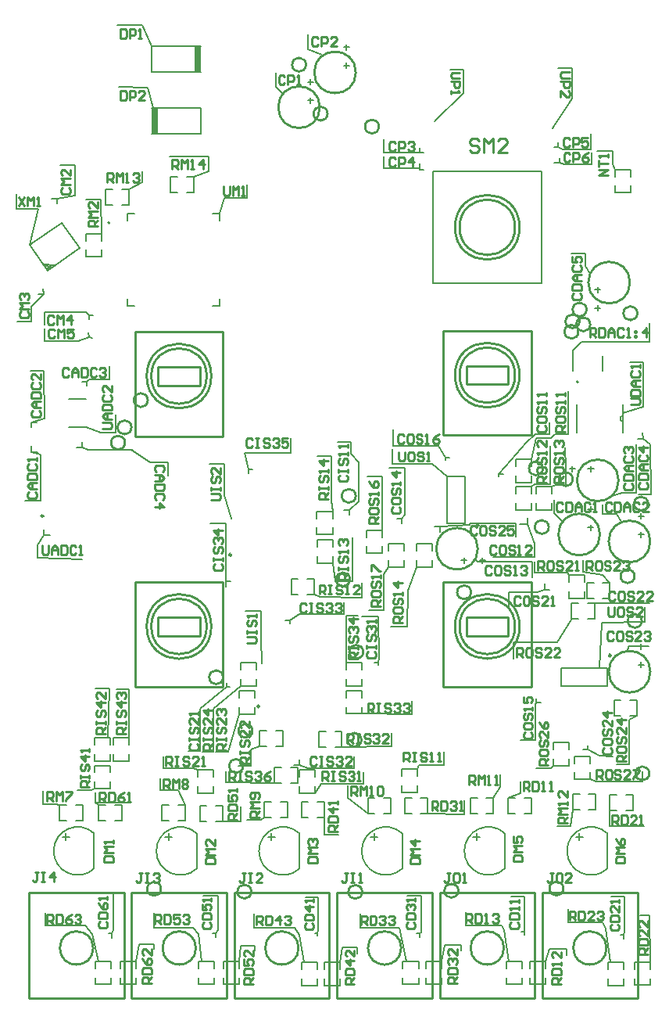
<source format=gto>
G04*
G04 #@! TF.GenerationSoftware,Altium Limited,Altium Designer,19.0.10 (269)*
G04*
G04 Layer_Color=65535*
%FSLAX44Y44*%
%MOMM*%
G71*
G01*
G75*
%ADD10C,0.2540*%
%ADD11C,0.2000*%
%ADD12C,0.1524*%
%ADD13C,0.2500*%
%ADD14C,0.1000*%
%ADD15C,0.1270*%
%ADD16C,0.2032*%
%ADD17R,0.8000X2.8000*%
D10*
X1038612Y674000D02*
G03*
X1038612Y674000I-22500J0D01*
G01*
X563000Y723000D02*
G03*
X563000Y723000I-35000J0D01*
G01*
X558000D02*
G03*
X558000Y723000I-30000J0D01*
G01*
X892000D02*
G03*
X892000Y723000I-30000J0D01*
G01*
X897000D02*
G03*
X897000Y723000I-35000J0D01*
G01*
Y995000D02*
G03*
X897000Y995000I-35000J0D01*
G01*
X892000D02*
G03*
X892000Y995000I-30000J0D01*
G01*
X558000Y994000D02*
G03*
X558000Y994000I-30000J0D01*
G01*
X563000D02*
G03*
X563000Y994000I-35000J0D01*
G01*
X879920Y375000D02*
G03*
X879920Y375000I-18000J0D01*
G01*
X435000D02*
G03*
X435000Y375000I-18000J0D01*
G01*
X546230D02*
G03*
X546230Y375000I-18000J0D01*
G01*
X657460D02*
G03*
X657460Y375000I-18000J0D01*
G01*
X768690D02*
G03*
X768690Y375000I-18000J0D01*
G01*
X991150D02*
G03*
X991150Y375000I-18000J0D01*
G01*
X1024500Y1062000D02*
G03*
X1024500Y1062000I-7500J0D01*
G01*
X944409Y439327D02*
G03*
X944409Y439327I-7500J0D01*
G01*
X1037500Y564000D02*
G03*
X1037500Y564000I-7500J0D01*
G01*
X665581Y1331000D02*
G03*
X665581Y1331000I-7500J0D01*
G01*
X744500Y1264000D02*
G03*
X744500Y1264000I-7500J0D01*
G01*
X1029290Y729000D02*
G03*
X1029290Y729000I-7500J0D01*
G01*
X688910Y1278000D02*
G03*
X688910Y1278000I-7500J0D01*
G01*
X830598Y437000D02*
G03*
X830598Y437000I-7500J0D01*
G01*
X973500Y1049991D02*
G03*
X973500Y1049991I-7500J0D01*
G01*
X928585Y830585D02*
G03*
X928585Y830585I-7500J0D01*
G01*
X954500Y882399D02*
G03*
X954500Y882399I-7500J0D01*
G01*
X969500Y1066000D02*
G03*
X969500Y1066000I-7500J0D01*
G01*
X606323Y436000D02*
G03*
X606323Y436000I-7500J0D01*
G01*
X844319Y760000D02*
G03*
X844319Y760000I-7500J0D01*
G01*
X719500Y864350D02*
G03*
X719500Y864350I-7500J0D01*
G01*
X713167Y773902D02*
G03*
X713167Y773902I-7500J0D01*
G01*
X1036073Y856000D02*
G03*
X1036073Y856000I-7500J0D01*
G01*
X575756Y668000D02*
G03*
X575756Y668000I-7500J0D01*
G01*
X727500Y695500D02*
G03*
X727500Y695500I-7500J0D01*
G01*
X725598Y600339D02*
G03*
X725598Y600339I-7500J0D01*
G01*
X607500Y610000D02*
G03*
X607500Y610000I-7500J0D01*
G01*
X922174Y894144D02*
G03*
X922174Y894144I-7500J0D01*
G01*
X469500Y922000D02*
G03*
X469500Y922000I-7500J0D01*
G01*
X476500Y938473D02*
G03*
X476500Y938473I-7500J0D01*
G01*
X961788Y1053238D02*
G03*
X961788Y1053238I-7500J0D01*
G01*
X960673Y1042000D02*
G03*
X960673Y1042000I-7500J0D01*
G01*
X1021500Y777364D02*
G03*
X1021500Y777364I-7500J0D01*
G01*
X508500Y439000D02*
G03*
X508500Y439000I-7500J0D01*
G01*
X494175Y968000D02*
G03*
X494175Y968000I-7500J0D01*
G01*
X597500Y572027D02*
G03*
X597500Y572027I-7500J0D01*
G01*
X726500Y435722D02*
G03*
X726500Y435722I-7500J0D01*
G01*
X719500Y1322645D02*
G03*
X719500Y1322645I-22500J0D01*
G01*
X680500Y1285000D02*
G03*
X680500Y1285000I-22500J0D01*
G01*
X897000Y1155000D02*
G03*
X897000Y1155000I-35000J0D01*
G01*
X892000D02*
G03*
X892000Y1155000I-30000J0D01*
G01*
X1016500Y1095178D02*
G03*
X1016500Y1095178I-22500J0D01*
G01*
X1038500Y815000D02*
G03*
X1038500Y815000I-22500J0D01*
G01*
X1004148Y881128D02*
G03*
X1004148Y881128I-22500J0D01*
G01*
X851655Y807152D02*
G03*
X851655Y807152I-22500J0D01*
G01*
X984000Y822500D02*
G03*
X984000Y822500I-22500J0D01*
G01*
X480500Y658000D02*
X575500D01*
X480500D02*
Y771000D01*
X528000D01*
X575500D01*
Y658000D02*
Y723000D01*
Y771000D01*
X528000Y733000D02*
X550500D01*
Y713000D02*
Y733000D01*
X528000Y713000D02*
X550500D01*
X505500Y733000D02*
X528000D01*
X505500Y713000D02*
Y733000D01*
Y713000D02*
X528000D01*
X839500D02*
X862000D01*
X839500D02*
Y733000D01*
X862000D01*
Y713000D02*
X884500D01*
Y733000D01*
X862000D02*
X884500D01*
X909500Y723000D02*
Y771000D01*
Y658000D02*
Y723000D01*
X862000Y771000D02*
X909500D01*
X814500D02*
X862000D01*
X814500Y658000D02*
Y771000D01*
Y658000D02*
X909500D01*
X814500Y930000D02*
X909500D01*
X814500D02*
Y1043000D01*
X862000D01*
X909500D01*
Y930000D02*
Y995000D01*
Y1043000D01*
X862000Y1005000D02*
X884500D01*
Y985000D02*
Y1005000D01*
X862000Y985000D02*
X884500D01*
X839500Y1005000D02*
X862000D01*
X839500Y985000D02*
Y1005000D01*
Y985000D02*
X862000D01*
X505500Y984000D02*
X528000D01*
X505500D02*
Y1004000D01*
X528000D01*
Y984000D02*
X550500D01*
Y1004000D01*
X528000D02*
X550500D01*
X575500Y994000D02*
Y1042000D01*
Y929000D02*
Y994000D01*
X528000Y1042000D02*
X575500D01*
X480500D02*
X528000D01*
X480500Y929000D02*
Y1042000D01*
Y929000D02*
X575500D01*
X913420Y320400D02*
Y434600D01*
X810420Y320400D02*
X913420D01*
X810420D02*
Y434600D01*
X913420D01*
X468500Y320400D02*
Y434600D01*
X365500Y320400D02*
X468500D01*
X365500D02*
Y434600D01*
X468500D01*
X579730Y320400D02*
Y434600D01*
X476730Y320400D02*
X579730D01*
X476730D02*
Y434600D01*
X579730D01*
X690960Y320400D02*
Y434600D01*
X587960Y320400D02*
X690960D01*
X587960D02*
Y434600D01*
X690960D01*
X802190Y320400D02*
Y434600D01*
X699190Y320400D02*
X802190D01*
X699190D02*
Y434600D01*
X802190D01*
X1024650Y320400D02*
Y434600D01*
X921650Y320400D02*
X1024650D01*
X921650D02*
Y434600D01*
X1024650D01*
X576000Y1199347D02*
Y1191016D01*
X577666Y1189350D01*
X580998D01*
X582664Y1191016D01*
Y1199347D01*
X585997Y1189350D02*
Y1199347D01*
X589329Y1196015D01*
X592661Y1199347D01*
Y1189350D01*
X595994D02*
X599326D01*
X597660D01*
Y1199347D01*
X595994Y1197681D01*
X853157Y1248696D02*
X850618Y1251235D01*
X845539D01*
X843000Y1248696D01*
Y1246157D01*
X845539Y1243617D01*
X850618D01*
X853157Y1241078D01*
Y1238539D01*
X850618Y1236000D01*
X845539D01*
X843000Y1238539D01*
X858235Y1236000D02*
Y1251235D01*
X863313Y1246157D01*
X868392Y1251235D01*
Y1236000D01*
X883627D02*
X873470D01*
X883627Y1246157D01*
Y1248696D01*
X881088Y1251235D01*
X876009D01*
X873470Y1248696D01*
X602003Y705000D02*
X610334D01*
X612000Y706666D01*
Y709998D01*
X610334Y711664D01*
X602003D01*
Y714997D02*
Y718329D01*
Y716663D01*
X612000D01*
Y714997D01*
Y718329D01*
X603669Y729992D02*
X602003Y728326D01*
Y724993D01*
X603669Y723327D01*
X605336D01*
X607002Y724993D01*
Y728326D01*
X608668Y729992D01*
X610334D01*
X612000Y728326D01*
Y724993D01*
X610334Y723327D01*
X612000Y733324D02*
Y736656D01*
Y734990D01*
X602003D01*
X603669Y733324D01*
X607664Y925331D02*
X605998Y926997D01*
X602666D01*
X601000Y925331D01*
Y918666D01*
X602666Y917000D01*
X605998D01*
X607664Y918666D01*
X610997Y926997D02*
X614329D01*
X612663D01*
Y917000D01*
X610997D01*
X614329D01*
X625992Y925331D02*
X624326Y926997D01*
X620994D01*
X619327Y925331D01*
Y923664D01*
X620994Y921998D01*
X624326D01*
X625992Y920332D01*
Y918666D01*
X624326Y917000D01*
X620994D01*
X619327Y918666D01*
X629324Y925331D02*
X630990Y926997D01*
X634323D01*
X635989Y925331D01*
Y923664D01*
X634323Y921998D01*
X632656D01*
X634323D01*
X635989Y920332D01*
Y918666D01*
X634323Y917000D01*
X630990D01*
X629324Y918666D01*
X645985Y926997D02*
X639321D01*
Y921998D01*
X642653Y923664D01*
X644319D01*
X645985Y921998D01*
Y918666D01*
X644319Y917000D01*
X640987D01*
X639321Y918666D01*
X567169Y790665D02*
X565503Y788998D01*
Y785666D01*
X567169Y784000D01*
X573834D01*
X575500Y785666D01*
Y788998D01*
X573834Y790665D01*
X565503Y793997D02*
Y797329D01*
Y795663D01*
X575500D01*
Y793997D01*
Y797329D01*
X567169Y808992D02*
X565503Y807326D01*
Y803994D01*
X567169Y802327D01*
X568835D01*
X570502Y803994D01*
Y807326D01*
X572168Y808992D01*
X573834D01*
X575500Y807326D01*
Y803994D01*
X573834Y802327D01*
X567169Y812324D02*
X565503Y813990D01*
Y817323D01*
X567169Y818989D01*
X568835D01*
X570502Y817323D01*
Y815657D01*
Y817323D01*
X572168Y818989D01*
X573834D01*
X575500Y817323D01*
Y813990D01*
X573834Y812324D01*
X575500Y827319D02*
X565503D01*
X570502Y822321D01*
Y828986D01*
X973000Y1036000D02*
Y1045997D01*
X977998D01*
X979665Y1044331D01*
Y1040998D01*
X977998Y1039332D01*
X973000D01*
X976332D02*
X979665Y1036000D01*
X982997Y1045997D02*
Y1036000D01*
X987995D01*
X989661Y1037666D01*
Y1044331D01*
X987995Y1045997D01*
X982997D01*
X992994Y1036000D02*
Y1042664D01*
X996326Y1045997D01*
X999658Y1042664D01*
Y1036000D01*
Y1040998D01*
X992994D01*
X1009655Y1044331D02*
X1007989Y1045997D01*
X1004657D01*
X1002990Y1044331D01*
Y1037666D01*
X1004657Y1036000D01*
X1007989D01*
X1009655Y1037666D01*
X1012987Y1036000D02*
X1016319D01*
X1014653D01*
Y1045997D01*
X1012987Y1044331D01*
X1021318Y1042664D02*
X1022984D01*
Y1040998D01*
X1021318D01*
Y1042664D01*
Y1037666D02*
X1022984D01*
Y1036000D01*
X1021318D01*
Y1037666D01*
X1034647Y1036000D02*
Y1045997D01*
X1029648Y1040998D01*
X1036313D01*
X993000Y743997D02*
Y735666D01*
X994666Y734000D01*
X997998D01*
X999665Y735666D01*
Y743997D01*
X1007995D02*
X1004663D01*
X1002997Y742331D01*
Y735666D01*
X1004663Y734000D01*
X1007995D01*
X1009661Y735666D01*
Y742331D01*
X1007995Y743997D01*
X1019658Y742331D02*
X1017992Y743997D01*
X1014660D01*
X1012994Y742331D01*
Y740665D01*
X1014660Y738998D01*
X1017992D01*
X1019658Y737332D01*
Y735666D01*
X1017992Y734000D01*
X1014660D01*
X1012994Y735666D01*
X1029655Y734000D02*
X1022990D01*
X1029655Y740665D01*
Y742331D01*
X1027989Y743997D01*
X1024657D01*
X1022990Y742331D01*
X766000Y911997D02*
Y903666D01*
X767666Y902000D01*
X770998D01*
X772664Y903666D01*
Y911997D01*
X780995D02*
X777663D01*
X775997Y910331D01*
Y903666D01*
X777663Y902000D01*
X780995D01*
X782661Y903666D01*
Y910331D01*
X780995Y911997D01*
X792658Y910331D02*
X790992Y911997D01*
X787660D01*
X785994Y910331D01*
Y908664D01*
X787660Y906998D01*
X790992D01*
X792658Y905332D01*
Y903666D01*
X790992Y902000D01*
X787660D01*
X785994Y903666D01*
X795990Y902000D02*
X799323D01*
X797656D01*
Y911997D01*
X795990Y910331D01*
X464312Y1302603D02*
Y1292606D01*
X469310D01*
X470976Y1294272D01*
Y1300937D01*
X469310Y1302603D01*
X464312D01*
X474309Y1292606D02*
Y1302603D01*
X479307D01*
X480973Y1300937D01*
Y1297604D01*
X479307Y1295938D01*
X474309D01*
X490970Y1292606D02*
X484306D01*
X490970Y1299270D01*
Y1300937D01*
X489304Y1302603D01*
X485972D01*
X484306Y1300937D01*
X464312Y1369659D02*
Y1359662D01*
X469310D01*
X470976Y1361328D01*
Y1367993D01*
X469310Y1369659D01*
X464312D01*
X474309Y1359662D02*
Y1369659D01*
X479307D01*
X480973Y1367993D01*
Y1364660D01*
X479307Y1362994D01*
X474309D01*
X484306Y1359662D02*
X487638D01*
X485972D01*
Y1369659D01*
X484306Y1367993D01*
X354000Y1187997D02*
X360664Y1178000D01*
Y1187997D02*
X354000Y1178000D01*
X363997D02*
Y1187997D01*
X367329Y1184665D01*
X370661Y1187997D01*
Y1178000D01*
X373994D02*
X377326D01*
X375660D01*
Y1187997D01*
X373994Y1186331D01*
X950997Y1323000D02*
X942666D01*
X941000Y1321334D01*
Y1318002D01*
X942666Y1316335D01*
X950997D01*
X941000Y1313003D02*
X950997D01*
Y1308005D01*
X949331Y1306339D01*
X945998D01*
X944332Y1308005D01*
Y1313003D01*
X941000Y1296342D02*
Y1303006D01*
X947664Y1296342D01*
X949331D01*
X950997Y1298008D01*
Y1301340D01*
X949331Y1303006D01*
X832285Y1322645D02*
X823955D01*
X822288Y1320979D01*
Y1317647D01*
X823955Y1315981D01*
X832285D01*
X822288Y1312648D02*
X832285D01*
Y1307650D01*
X830619Y1305984D01*
X827287D01*
X825621Y1307650D01*
Y1312648D01*
X822288Y1302652D02*
Y1299319D01*
Y1300985D01*
X832285D01*
X830619Y1302652D01*
X1017503Y963000D02*
X1025834D01*
X1027500Y964666D01*
Y967998D01*
X1025834Y969665D01*
X1017503D01*
Y972997D02*
X1027500D01*
Y977995D01*
X1025834Y979661D01*
X1019169D01*
X1017503Y977995D01*
Y972997D01*
X1027500Y982994D02*
X1020835D01*
X1017503Y986326D01*
X1020835Y989658D01*
X1027500D01*
X1022501D01*
Y982994D01*
X1019169Y999655D02*
X1017503Y997989D01*
Y994657D01*
X1019169Y992990D01*
X1025834D01*
X1027500Y994657D01*
Y997989D01*
X1025834Y999655D01*
X1027500Y1002987D02*
Y1006319D01*
Y1004653D01*
X1017503D01*
X1019169Y1002987D01*
X445003Y937000D02*
X453334D01*
X455000Y938666D01*
Y941998D01*
X453334Y943664D01*
X445003D01*
X455000Y946997D02*
X448335D01*
X445003Y950329D01*
X448335Y953661D01*
X455000D01*
X450002D01*
Y946997D01*
X445003Y956994D02*
X455000D01*
Y961992D01*
X453334Y963658D01*
X446669D01*
X445003Y961992D01*
Y956994D01*
X446669Y973655D02*
X445003Y971989D01*
Y968656D01*
X446669Y966990D01*
X453334D01*
X455000Y968656D01*
Y971989D01*
X453334Y973655D01*
X455000Y983652D02*
Y976987D01*
X448335Y983652D01*
X446669D01*
X445003Y981985D01*
Y978653D01*
X446669Y976987D01*
X379941Y810997D02*
Y802666D01*
X381607Y801000D01*
X384939D01*
X386605Y802666D01*
Y810997D01*
X389938Y801000D02*
Y807664D01*
X393270Y810997D01*
X396602Y807664D01*
Y801000D01*
Y805998D01*
X389938D01*
X399935Y810997D02*
Y801000D01*
X404933D01*
X406599Y802666D01*
Y809331D01*
X404933Y810997D01*
X399935D01*
X416596Y809331D02*
X414930Y810997D01*
X411598D01*
X409931Y809331D01*
Y802666D01*
X411598Y801000D01*
X414930D01*
X416596Y802666D01*
X419928Y801000D02*
X423260D01*
X421594D01*
Y810997D01*
X419928Y809331D01*
X980000Y557500D02*
Y567497D01*
X984998D01*
X986665Y565831D01*
Y562498D01*
X984998Y560832D01*
X980000D01*
X983332D02*
X986665Y557500D01*
X994995Y567497D02*
X991663D01*
X989997Y565831D01*
Y559166D01*
X991663Y557500D01*
X994995D01*
X996661Y559166D01*
Y565831D01*
X994995Y567497D01*
X1006658Y565831D02*
X1004992Y567497D01*
X1001660D01*
X999994Y565831D01*
Y564165D01*
X1001660Y562498D01*
X1004992D01*
X1006658Y560832D01*
Y559166D01*
X1004992Y557500D01*
X1001660D01*
X999994Y559166D01*
X1016655Y557500D02*
X1009990D01*
X1016655Y564165D01*
Y565831D01*
X1014989Y567497D01*
X1011656D01*
X1009990Y565831D01*
X1019987Y567497D02*
X1026652D01*
Y565831D01*
X1019987Y559166D01*
Y557500D01*
X928000Y573000D02*
X918003D01*
Y577998D01*
X919669Y579664D01*
X923002D01*
X924668Y577998D01*
Y573000D01*
Y576332D02*
X928000Y579664D01*
X918003Y587995D02*
Y584663D01*
X919669Y582997D01*
X926334D01*
X928000Y584663D01*
Y587995D01*
X926334Y589661D01*
X919669D01*
X918003Y587995D01*
X919669Y599658D02*
X918003Y597992D01*
Y594660D01*
X919669Y592994D01*
X921336D01*
X923002Y594660D01*
Y597992D01*
X924668Y599658D01*
X926334D01*
X928000Y597992D01*
Y594660D01*
X926334Y592994D01*
X928000Y609655D02*
Y602990D01*
X921336Y609655D01*
X919669D01*
X918003Y607989D01*
Y604656D01*
X919669Y602990D01*
X918003Y619652D02*
X919669Y616319D01*
X923002Y612987D01*
X926334D01*
X928000Y614653D01*
Y617985D01*
X926334Y619652D01*
X924668D01*
X923002Y617985D01*
Y612987D01*
X1012500Y576839D02*
X1002503D01*
Y581838D01*
X1004169Y583504D01*
X1007502D01*
X1009168Y581838D01*
Y576839D01*
Y580172D02*
X1012500Y583504D01*
X1002503Y591835D02*
Y588502D01*
X1004169Y586836D01*
X1010834D01*
X1012500Y588502D01*
Y591835D01*
X1010834Y593501D01*
X1004169D01*
X1002503Y591835D01*
X1004169Y603498D02*
X1002503Y601831D01*
Y598499D01*
X1004169Y596833D01*
X1005835D01*
X1007502Y598499D01*
Y601831D01*
X1009168Y603498D01*
X1010834D01*
X1012500Y601831D01*
Y598499D01*
X1010834Y596833D01*
X1012500Y613494D02*
Y606830D01*
X1005835Y613494D01*
X1004169D01*
X1002503Y611828D01*
Y608496D01*
X1004169Y606830D01*
X1012500Y621825D02*
X1002503D01*
X1007502Y616827D01*
Y623491D01*
X969000Y783741D02*
Y793738D01*
X973998D01*
X975665Y792072D01*
Y788739D01*
X973998Y787073D01*
X969000D01*
X972332D02*
X975665Y783741D01*
X983995Y793738D02*
X980663D01*
X978997Y792072D01*
Y785407D01*
X980663Y783741D01*
X983995D01*
X985661Y785407D01*
Y792072D01*
X983995Y793738D01*
X995658Y792072D02*
X993992Y793738D01*
X990660D01*
X988994Y792072D01*
Y790405D01*
X990660Y788739D01*
X993992D01*
X995658Y787073D01*
Y785407D01*
X993992Y783741D01*
X990660D01*
X988994Y785407D01*
X1005655Y783741D02*
X998990D01*
X1005655Y790405D01*
Y792072D01*
X1003989Y793738D01*
X1000657D01*
X998990Y792072D01*
X1008987D02*
X1010653Y793738D01*
X1013986D01*
X1015652Y792072D01*
Y790405D01*
X1013986Y788739D01*
X1012319D01*
X1013986D01*
X1015652Y787073D01*
Y785407D01*
X1013986Y783741D01*
X1010653D01*
X1008987Y785407D01*
X894000Y690000D02*
Y699997D01*
X898998D01*
X900665Y698330D01*
Y694998D01*
X898998Y693332D01*
X894000D01*
X897332D02*
X900665Y690000D01*
X908995Y699997D02*
X905663D01*
X903997Y698330D01*
Y691666D01*
X905663Y690000D01*
X908995D01*
X910661Y691666D01*
Y698330D01*
X908995Y699997D01*
X920658Y698330D02*
X918992Y699997D01*
X915660D01*
X913994Y698330D01*
Y696664D01*
X915660Y694998D01*
X918992D01*
X920658Y693332D01*
Y691666D01*
X918992Y690000D01*
X915660D01*
X913994Y691666D01*
X930655Y690000D02*
X923990D01*
X930655Y696664D01*
Y698330D01*
X928989Y699997D01*
X925657D01*
X923990Y698330D01*
X940652Y690000D02*
X933987D01*
X940652Y696664D01*
Y698330D01*
X938986Y699997D01*
X935653D01*
X933987Y698330D01*
X917000Y784000D02*
Y793997D01*
X921998D01*
X923664Y792331D01*
Y788998D01*
X921998Y787332D01*
X917000D01*
X920332D02*
X923664Y784000D01*
X931995Y793997D02*
X928663D01*
X926997Y792331D01*
Y785666D01*
X928663Y784000D01*
X931995D01*
X933661Y785666D01*
Y792331D01*
X931995Y793997D01*
X943658Y792331D02*
X941992Y793997D01*
X938660D01*
X936994Y792331D01*
Y790665D01*
X938660Y788998D01*
X941992D01*
X943658Y787332D01*
Y785666D01*
X941992Y784000D01*
X938660D01*
X936994Y785666D01*
X953655Y784000D02*
X946990D01*
X953655Y790665D01*
Y792331D01*
X951989Y793997D01*
X948656D01*
X946990Y792331D01*
X956987Y784000D02*
X960319D01*
X958653D01*
Y793997D01*
X956987Y792331D01*
X746000Y745000D02*
X736003D01*
Y749998D01*
X737669Y751665D01*
X741002D01*
X742668Y749998D01*
Y745000D01*
Y748332D02*
X746000Y751665D01*
X736003Y759995D02*
Y756663D01*
X737669Y754997D01*
X744334D01*
X746000Y756663D01*
Y759995D01*
X744334Y761661D01*
X737669D01*
X736003Y759995D01*
X737669Y771658D02*
X736003Y769992D01*
Y766660D01*
X737669Y764994D01*
X739335D01*
X741002Y766660D01*
Y769992D01*
X742668Y771658D01*
X744334D01*
X746000Y769992D01*
Y766660D01*
X744334Y764994D01*
X746000Y774990D02*
Y778323D01*
Y776656D01*
X736003D01*
X737669Y774990D01*
X736003Y783321D02*
Y789986D01*
X737669D01*
X744334Y783321D01*
X746000D01*
X744000Y835000D02*
X734003D01*
Y839998D01*
X735669Y841665D01*
X739002D01*
X740668Y839998D01*
Y835000D01*
Y838332D02*
X744000Y841665D01*
X734003Y849995D02*
Y846663D01*
X735669Y844997D01*
X742334D01*
X744000Y846663D01*
Y849995D01*
X742334Y851661D01*
X735669D01*
X734003Y849995D01*
X735669Y861658D02*
X734003Y859992D01*
Y856660D01*
X735669Y854994D01*
X737336D01*
X739002Y856660D01*
Y859992D01*
X740668Y861658D01*
X742334D01*
X744000Y859992D01*
Y856660D01*
X742334Y854994D01*
X744000Y864990D02*
Y868323D01*
Y866656D01*
X734003D01*
X735669Y864990D01*
X734003Y879986D02*
X735669Y876653D01*
X739002Y873321D01*
X742334D01*
X744000Y874987D01*
Y878319D01*
X742334Y879986D01*
X740668D01*
X739002Y878319D01*
Y873321D01*
X770000Y727000D02*
X760003D01*
Y731998D01*
X761669Y733664D01*
X765002D01*
X766668Y731998D01*
Y727000D01*
Y730332D02*
X770000Y733664D01*
X760003Y741995D02*
Y738663D01*
X761669Y736997D01*
X768334D01*
X770000Y738663D01*
Y741995D01*
X768334Y743661D01*
X761669D01*
X760003Y741995D01*
X761669Y753658D02*
X760003Y751992D01*
Y748660D01*
X761669Y746994D01*
X763335D01*
X765002Y748660D01*
Y751992D01*
X766668Y753658D01*
X768334D01*
X770000Y751992D01*
Y748660D01*
X768334Y746994D01*
X770000Y756990D02*
Y760323D01*
Y758656D01*
X760003D01*
X761669Y756990D01*
X770000Y770319D02*
X760003D01*
X765002Y765321D01*
Y771985D01*
X944409Y879000D02*
X934412D01*
Y883998D01*
X936078Y885665D01*
X939410D01*
X941076Y883998D01*
Y879000D01*
Y882332D02*
X944409Y885665D01*
X934412Y893995D02*
Y890663D01*
X936078Y888997D01*
X942742D01*
X944409Y890663D01*
Y893995D01*
X942742Y895661D01*
X936078D01*
X934412Y893995D01*
X936078Y905658D02*
X934412Y903992D01*
Y900660D01*
X936078Y898994D01*
X937744D01*
X939410Y900660D01*
Y903992D01*
X941076Y905658D01*
X942742D01*
X944409Y903992D01*
Y900660D01*
X942742Y898994D01*
X944409Y908990D02*
Y912323D01*
Y910657D01*
X934412D01*
X936078Y908990D01*
Y917321D02*
X934412Y918987D01*
Y922319D01*
X936078Y923986D01*
X937744D01*
X939410Y922319D01*
Y920653D01*
Y922319D01*
X941076Y923986D01*
X942742D01*
X944409Y922319D01*
Y918987D01*
X942742Y917321D01*
X926000Y879000D02*
X916003D01*
Y883998D01*
X917669Y885665D01*
X921002D01*
X922668Y883998D01*
Y879000D01*
Y882332D02*
X926000Y885665D01*
X916003Y893995D02*
Y890663D01*
X917669Y888997D01*
X924334D01*
X926000Y890663D01*
Y893995D01*
X924334Y895661D01*
X917669D01*
X916003Y893995D01*
X917669Y905658D02*
X916003Y903992D01*
Y900660D01*
X917669Y898994D01*
X919335D01*
X921002Y900660D01*
Y903992D01*
X922668Y905658D01*
X924334D01*
X926000Y903992D01*
Y900660D01*
X924334Y898994D01*
X926000Y908990D02*
Y912323D01*
Y910657D01*
X916003D01*
X917669Y908990D01*
X926000Y923986D02*
Y917321D01*
X919335Y923986D01*
X917669D01*
X916003Y922319D01*
Y918987D01*
X917669Y917321D01*
X946000Y934000D02*
X936003D01*
Y938998D01*
X937669Y940665D01*
X941002D01*
X942668Y938998D01*
Y934000D01*
Y937332D02*
X946000Y940665D01*
X936003Y948995D02*
Y945663D01*
X937669Y943997D01*
X944334D01*
X946000Y945663D01*
Y948995D01*
X944334Y950661D01*
X937669D01*
X936003Y948995D01*
X937669Y960658D02*
X936003Y958992D01*
Y955660D01*
X937669Y953994D01*
X939335D01*
X941002Y955660D01*
Y958992D01*
X942668Y960658D01*
X944334D01*
X946000Y958992D01*
Y955660D01*
X944334Y953994D01*
X946000Y963990D02*
Y967323D01*
Y965657D01*
X936003D01*
X937669Y963990D01*
X946000Y972321D02*
Y975653D01*
Y973987D01*
X936003D01*
X937669Y972321D01*
X520688Y1217970D02*
Y1227967D01*
X525686D01*
X527352Y1226301D01*
Y1222968D01*
X525686Y1221302D01*
X520688D01*
X524020D02*
X527352Y1217970D01*
X530684D02*
Y1227967D01*
X534017Y1224634D01*
X537349Y1227967D01*
Y1217970D01*
X540681D02*
X544013D01*
X542347D01*
Y1227967D01*
X540681Y1226301D01*
X554010Y1217970D02*
Y1227967D01*
X549012Y1222968D01*
X555676D01*
X450000Y1204000D02*
Y1213997D01*
X454998D01*
X456665Y1212331D01*
Y1208998D01*
X454998Y1207332D01*
X450000D01*
X453332D02*
X456665Y1204000D01*
X459997D02*
Y1213997D01*
X463329Y1210665D01*
X466661Y1213997D01*
Y1204000D01*
X469994D02*
X473326D01*
X471660D01*
Y1213997D01*
X469994Y1212331D01*
X478324D02*
X479990Y1213997D01*
X483323D01*
X484989Y1212331D01*
Y1210665D01*
X483323Y1208998D01*
X481656D01*
X483323D01*
X484989Y1207332D01*
Y1205666D01*
X483323Y1204000D01*
X479990D01*
X478324Y1205666D01*
X949000Y510000D02*
X939003D01*
Y514998D01*
X940669Y516665D01*
X944002D01*
X945668Y514998D01*
Y510000D01*
Y513332D02*
X949000Y516665D01*
Y519997D02*
X939003D01*
X942336Y523329D01*
X939003Y526661D01*
X949000D01*
Y529994D02*
Y533326D01*
Y531660D01*
X939003D01*
X940669Y529994D01*
X949000Y544989D02*
Y538324D01*
X942336Y544989D01*
X940669D01*
X939003Y543323D01*
Y539990D01*
X940669Y538324D01*
X842000Y552000D02*
Y561997D01*
X846998D01*
X848664Y560331D01*
Y556998D01*
X846998Y555332D01*
X842000D01*
X845332D02*
X848664Y552000D01*
X851997D02*
Y561997D01*
X855329Y558665D01*
X858661Y561997D01*
Y552000D01*
X861994D02*
X865326D01*
X863660D01*
Y561997D01*
X861994Y560331D01*
X870324Y552000D02*
X873656D01*
X871990D01*
Y561997D01*
X870324Y560331D01*
X714310Y540000D02*
Y549997D01*
X719308D01*
X720975Y548331D01*
Y544998D01*
X719308Y543332D01*
X714310D01*
X717642D02*
X720975Y540000D01*
X724307D02*
Y549997D01*
X727639Y546665D01*
X730971Y549997D01*
Y540000D01*
X734304D02*
X737636D01*
X735970D01*
Y549997D01*
X734304Y548331D01*
X742634D02*
X744300Y549997D01*
X747633D01*
X749299Y548331D01*
Y541666D01*
X747633Y540000D01*
X744300D01*
X742634Y541666D01*
Y548331D01*
X615000Y516500D02*
X605003D01*
Y521498D01*
X606669Y523164D01*
X610002D01*
X611668Y521498D01*
Y516500D01*
Y519832D02*
X615000Y523164D01*
Y526497D02*
X605003D01*
X608335Y529829D01*
X605003Y533161D01*
X615000D01*
X613334Y536493D02*
X615000Y538160D01*
Y541492D01*
X613334Y543158D01*
X606669D01*
X605003Y541492D01*
Y538160D01*
X606669Y536493D01*
X608335D01*
X610002Y538160D01*
Y543158D01*
X511000Y548000D02*
Y557997D01*
X515998D01*
X517664Y556331D01*
Y552998D01*
X515998Y551332D01*
X511000D01*
X514332D02*
X517664Y548000D01*
X520997D02*
Y557997D01*
X524329Y554664D01*
X527661Y557997D01*
Y548000D01*
X530994Y556331D02*
X532660Y557997D01*
X535992D01*
X537658Y556331D01*
Y554664D01*
X535992Y552998D01*
X537658Y551332D01*
Y549666D01*
X535992Y548000D01*
X532660D01*
X530994Y549666D01*
Y551332D01*
X532660Y552998D01*
X530994Y554664D01*
Y556331D01*
X532660Y552998D02*
X535992D01*
X385000Y534000D02*
Y543997D01*
X389998D01*
X391665Y542331D01*
Y538998D01*
X389998Y537332D01*
X385000D01*
X388332D02*
X391665Y534000D01*
X394997D02*
Y543997D01*
X398329Y540664D01*
X401661Y543997D01*
Y534000D01*
X404994Y543997D02*
X411658D01*
Y542331D01*
X404994Y535666D01*
Y534000D01*
X440000Y1156000D02*
X430003D01*
Y1160998D01*
X431669Y1162664D01*
X435002D01*
X436668Y1160998D01*
Y1156000D01*
Y1159332D02*
X440000Y1162664D01*
Y1165997D02*
X430003D01*
X433335Y1169329D01*
X430003Y1172661D01*
X440000D01*
Y1182658D02*
Y1175994D01*
X433335Y1182658D01*
X431669D01*
X430003Y1180992D01*
Y1177660D01*
X431669Y1175994D01*
X470000Y607000D02*
X460003D01*
Y611998D01*
X461669Y613665D01*
X465002D01*
X466668Y611998D01*
Y607000D01*
Y610332D02*
X470000Y613665D01*
X460003Y616997D02*
Y620329D01*
Y618663D01*
X470000D01*
Y616997D01*
Y620329D01*
X461669Y631992D02*
X460003Y630326D01*
Y626994D01*
X461669Y625327D01*
X463335D01*
X465002Y626994D01*
Y630326D01*
X466668Y631992D01*
X468334D01*
X470000Y630326D01*
Y626994D01*
X468334Y625327D01*
X470000Y640323D02*
X460003D01*
X465002Y635324D01*
Y641989D01*
X461669Y645321D02*
X460003Y646987D01*
Y650319D01*
X461669Y651985D01*
X463335D01*
X465002Y650319D01*
Y648653D01*
Y650319D01*
X466668Y651985D01*
X468334D01*
X470000Y650319D01*
Y646987D01*
X468334Y645321D01*
X448500Y607000D02*
X438503D01*
Y611998D01*
X440169Y613665D01*
X443502D01*
X445168Y611998D01*
Y607000D01*
Y610332D02*
X448500Y613665D01*
X438503Y616997D02*
Y620329D01*
Y618663D01*
X448500D01*
Y616997D01*
Y620329D01*
X440169Y631992D02*
X438503Y630326D01*
Y626994D01*
X440169Y625327D01*
X441836D01*
X443502Y626994D01*
Y630326D01*
X445168Y631992D01*
X446834D01*
X448500Y630326D01*
Y626994D01*
X446834Y625327D01*
X448500Y640323D02*
X438503D01*
X443502Y635324D01*
Y641989D01*
X448500Y651985D02*
Y645321D01*
X441836Y651985D01*
X440169D01*
X438503Y650319D01*
Y646987D01*
X440169Y645321D01*
X431000Y549000D02*
X421003D01*
Y553998D01*
X422669Y555664D01*
X426002D01*
X427668Y553998D01*
Y549000D01*
Y552332D02*
X431000Y555664D01*
X421003Y558997D02*
Y562329D01*
Y560663D01*
X431000D01*
Y558997D01*
Y562329D01*
X422669Y573992D02*
X421003Y572326D01*
Y568994D01*
X422669Y567327D01*
X424336D01*
X426002Y568994D01*
Y572326D01*
X427668Y573992D01*
X429334D01*
X431000Y572326D01*
Y568994D01*
X429334Y567327D01*
X431000Y582323D02*
X421003D01*
X426002Y577324D01*
Y583989D01*
X431000Y587321D02*
Y590653D01*
Y588987D01*
X421003D01*
X422669Y587321D01*
X582000Y556000D02*
Y565997D01*
X586998D01*
X588665Y564331D01*
Y560998D01*
X586998Y559332D01*
X582000D01*
X585332D02*
X588665Y556000D01*
X591997Y565997D02*
X595329D01*
X593663D01*
Y556000D01*
X591997D01*
X595329D01*
X606992Y564331D02*
X605326Y565997D01*
X601994D01*
X600327Y564331D01*
Y562664D01*
X601994Y560998D01*
X605326D01*
X606992Y559332D01*
Y557666D01*
X605326Y556000D01*
X601994D01*
X600327Y557666D01*
X610324Y564331D02*
X611990Y565997D01*
X615323D01*
X616989Y564331D01*
Y562664D01*
X615323Y560998D01*
X613657D01*
X615323D01*
X616989Y559332D01*
Y557666D01*
X615323Y556000D01*
X611990D01*
X610324Y557666D01*
X626986Y565997D02*
X623653Y564331D01*
X620321Y560998D01*
Y557666D01*
X621987Y556000D01*
X625319D01*
X626986Y557666D01*
Y559332D01*
X625319Y560998D01*
X620321D01*
X722000Y688000D02*
X712003D01*
Y692998D01*
X713669Y694665D01*
X717002D01*
X718668Y692998D01*
Y688000D01*
Y691332D02*
X722000Y694665D01*
X712003Y697997D02*
Y701329D01*
Y699663D01*
X722000D01*
Y697997D01*
Y701329D01*
X713669Y712992D02*
X712003Y711326D01*
Y707994D01*
X713669Y706327D01*
X715335D01*
X717002Y707994D01*
Y711326D01*
X718668Y712992D01*
X720334D01*
X722000Y711326D01*
Y707994D01*
X720334Y706327D01*
X713669Y716324D02*
X712003Y717990D01*
Y721323D01*
X713669Y722989D01*
X715335D01*
X717002Y721323D01*
Y719656D01*
Y721323D01*
X718668Y722989D01*
X720334D01*
X722000Y721323D01*
Y717990D01*
X720334Y716324D01*
X722000Y731319D02*
X712003D01*
X717002Y726321D01*
Y732986D01*
X732500Y630000D02*
Y639997D01*
X737498D01*
X739165Y638331D01*
Y634998D01*
X737498Y633332D01*
X732500D01*
X735832D02*
X739165Y630000D01*
X742497Y639997D02*
X745829D01*
X744163D01*
Y630000D01*
X742497D01*
X745829D01*
X757492Y638331D02*
X755826Y639997D01*
X752494D01*
X750827Y638331D01*
Y636665D01*
X752494Y634998D01*
X755826D01*
X757492Y633332D01*
Y631666D01*
X755826Y630000D01*
X752494D01*
X750827Y631666D01*
X760824Y638331D02*
X762490Y639997D01*
X765823D01*
X767489Y638331D01*
Y636665D01*
X765823Y634998D01*
X764156D01*
X765823D01*
X767489Y633332D01*
Y631666D01*
X765823Y630000D01*
X762490D01*
X760824Y631666D01*
X770821Y638331D02*
X772487Y639997D01*
X775819D01*
X777486Y638331D01*
Y636665D01*
X775819Y634998D01*
X774153D01*
X775819D01*
X777486Y633332D01*
Y631666D01*
X775819Y630000D01*
X772487D01*
X770821Y631666D01*
X710000Y597000D02*
Y606997D01*
X714998D01*
X716665Y605331D01*
Y601998D01*
X714998Y600332D01*
X710000D01*
X713332D02*
X716665Y597000D01*
X719997Y606997D02*
X723329D01*
X721663D01*
Y597000D01*
X719997D01*
X723329D01*
X734992Y605331D02*
X733326Y606997D01*
X729994D01*
X728327Y605331D01*
Y603665D01*
X729994Y601998D01*
X733326D01*
X734992Y600332D01*
Y598666D01*
X733326Y597000D01*
X729994D01*
X728327Y598666D01*
X738324Y605331D02*
X739990Y606997D01*
X743323D01*
X744989Y605331D01*
Y603665D01*
X743323Y601998D01*
X741656D01*
X743323D01*
X744989Y600332D01*
Y598666D01*
X743323Y597000D01*
X739990D01*
X738324Y598666D01*
X754986Y597000D02*
X748321D01*
X754986Y603665D01*
Y605331D01*
X753319Y606997D01*
X749987D01*
X748321Y605331D01*
X683000Y556000D02*
Y565997D01*
X687998D01*
X689665Y564331D01*
Y560998D01*
X687998Y559332D01*
X683000D01*
X686332D02*
X689665Y556000D01*
X692997Y565997D02*
X696329D01*
X694663D01*
Y556000D01*
X692997D01*
X696329D01*
X707992Y564331D02*
X706326Y565997D01*
X702994D01*
X701327Y564331D01*
Y562664D01*
X702994Y560998D01*
X706326D01*
X707992Y559332D01*
Y557666D01*
X706326Y556000D01*
X702994D01*
X701327Y557666D01*
X711324Y564331D02*
X712990Y565997D01*
X716323D01*
X717989Y564331D01*
Y562664D01*
X716323Y560998D01*
X714657D01*
X716323D01*
X717989Y559332D01*
Y557666D01*
X716323Y556000D01*
X712990D01*
X711324Y557666D01*
X721321Y556000D02*
X724653D01*
X722987D01*
Y565997D01*
X721321Y564331D01*
X564000Y589000D02*
X554003D01*
Y593998D01*
X555669Y595664D01*
X559001D01*
X560668Y593998D01*
Y589000D01*
Y592332D02*
X564000Y595664D01*
X554003Y598997D02*
Y602329D01*
Y600663D01*
X564000D01*
Y598997D01*
Y602329D01*
X555669Y613992D02*
X554003Y612326D01*
Y608993D01*
X555669Y607327D01*
X557335D01*
X559001Y608993D01*
Y612326D01*
X560668Y613992D01*
X562334D01*
X564000Y612326D01*
Y608993D01*
X562334Y607327D01*
X564000Y623988D02*
Y617324D01*
X557335Y623988D01*
X555669D01*
X554003Y622322D01*
Y618990D01*
X555669Y617324D01*
X564000Y632319D02*
X554003D01*
X559001Y627321D01*
Y633985D01*
X579000Y589000D02*
X569003D01*
Y593998D01*
X570669Y595664D01*
X574001D01*
X575668Y593998D01*
Y589000D01*
Y592332D02*
X579000Y595664D01*
X569003Y598997D02*
Y602329D01*
Y600663D01*
X579000D01*
Y598997D01*
Y602329D01*
X570669Y613992D02*
X569003Y612326D01*
Y608993D01*
X570669Y607327D01*
X572335D01*
X574001Y608993D01*
Y612326D01*
X575668Y613992D01*
X577334D01*
X579000Y612326D01*
Y608993D01*
X577334Y607327D01*
X579000Y623988D02*
Y617324D01*
X572335Y623988D01*
X570669D01*
X569003Y622322D01*
Y618990D01*
X570669Y617324D01*
Y627321D02*
X569003Y628987D01*
Y632319D01*
X570669Y633985D01*
X572335D01*
X574001Y632319D01*
Y630653D01*
Y632319D01*
X575668Y633985D01*
X577334D01*
X579000Y632319D01*
Y628987D01*
X577334Y627321D01*
X604000Y575000D02*
X594003D01*
Y579998D01*
X595669Y581665D01*
X599002D01*
X600668Y579998D01*
Y575000D01*
Y578332D02*
X604000Y581665D01*
X594003Y584997D02*
Y588329D01*
Y586663D01*
X604000D01*
Y584997D01*
Y588329D01*
X595669Y599992D02*
X594003Y598326D01*
Y594994D01*
X595669Y593327D01*
X597336D01*
X599002Y594994D01*
Y598326D01*
X600668Y599992D01*
X602334D01*
X604000Y598326D01*
Y594994D01*
X602334Y593327D01*
X604000Y609989D02*
Y603324D01*
X597336Y609989D01*
X595669D01*
X594003Y608323D01*
Y604990D01*
X595669Y603324D01*
X604000Y619986D02*
Y613321D01*
X597336Y619986D01*
X595669D01*
X594003Y618319D01*
Y614987D01*
X595669Y613321D01*
X514000Y572000D02*
Y581997D01*
X518998D01*
X520664Y580331D01*
Y576998D01*
X518998Y575332D01*
X514000D01*
X517332D02*
X520664Y572000D01*
X523997Y581997D02*
X527329D01*
X525663D01*
Y572000D01*
X523997D01*
X527329D01*
X538992Y580331D02*
X537326Y581997D01*
X533993D01*
X532327Y580331D01*
Y578665D01*
X533993Y576998D01*
X537326D01*
X538992Y575332D01*
Y573666D01*
X537326Y572000D01*
X533993D01*
X532327Y573666D01*
X548989Y572000D02*
X542324D01*
X548989Y578665D01*
Y580331D01*
X547323Y581997D01*
X543990D01*
X542324Y580331D01*
X552321Y572000D02*
X555653D01*
X553987D01*
Y581997D01*
X552321Y580331D01*
X689409Y861000D02*
X679412D01*
Y865998D01*
X681078Y867664D01*
X684410D01*
X686077Y865998D01*
Y861000D01*
Y864332D02*
X689409Y867664D01*
X679412Y870997D02*
Y874329D01*
Y872663D01*
X689409D01*
Y870997D01*
Y874329D01*
X681078Y885992D02*
X679412Y884326D01*
Y880994D01*
X681078Y879327D01*
X682744D01*
X684410Y880994D01*
Y884326D01*
X686077Y885992D01*
X687743D01*
X689409Y884326D01*
Y880994D01*
X687743Y879327D01*
X689409Y889324D02*
Y892656D01*
Y890990D01*
X679412D01*
X681078Y889324D01*
X689409Y902653D02*
X679412D01*
X684410Y897655D01*
Y904319D01*
X711000Y774000D02*
X701003D01*
Y778998D01*
X702669Y780665D01*
X706002D01*
X707668Y778998D01*
Y774000D01*
Y777332D02*
X711000Y780665D01*
X701003Y783997D02*
Y787329D01*
Y785663D01*
X711000D01*
Y783997D01*
Y787329D01*
X702669Y798992D02*
X701003Y797326D01*
Y793994D01*
X702669Y792327D01*
X704335D01*
X706002Y793994D01*
Y797326D01*
X707668Y798992D01*
X709334D01*
X711000Y797326D01*
Y793994D01*
X709334Y792327D01*
X711000Y802324D02*
Y805657D01*
Y803990D01*
X701003D01*
X702669Y802324D01*
Y810655D02*
X701003Y812321D01*
Y815653D01*
X702669Y817319D01*
X704335D01*
X706002Y815653D01*
Y813987D01*
Y815653D01*
X707668Y817319D01*
X709334D01*
X711000Y815653D01*
Y812321D01*
X709334Y810655D01*
X680000Y758000D02*
Y767997D01*
X684998D01*
X686665Y766331D01*
Y762998D01*
X684998Y761332D01*
X680000D01*
X683332D02*
X686665Y758000D01*
X689997Y767997D02*
X693329D01*
X691663D01*
Y758000D01*
X689997D01*
X693329D01*
X704992Y766331D02*
X703326Y767997D01*
X699994D01*
X698327Y766331D01*
Y764665D01*
X699994Y762998D01*
X703326D01*
X704992Y761332D01*
Y759666D01*
X703326Y758000D01*
X699994D01*
X698327Y759666D01*
X708324Y758000D02*
X711656D01*
X709990D01*
Y767997D01*
X708324Y766331D01*
X723319Y758000D02*
X716655D01*
X723319Y764665D01*
Y766331D01*
X721653Y767997D01*
X718321D01*
X716655Y766331D01*
X771310Y576839D02*
Y586836D01*
X776308D01*
X777974Y585170D01*
Y581838D01*
X776308Y580172D01*
X771310D01*
X774642D02*
X777974Y576839D01*
X781306Y586836D02*
X784639D01*
X782973D01*
Y576839D01*
X781306D01*
X784639D01*
X796302Y585170D02*
X794635Y586836D01*
X791303D01*
X789637Y585170D01*
Y583504D01*
X791303Y581838D01*
X794635D01*
X796302Y580172D01*
Y578506D01*
X794635Y576839D01*
X791303D01*
X789637Y578506D01*
X799634Y576839D02*
X802966D01*
X801300D01*
Y586836D01*
X799634Y585170D01*
X807964Y576839D02*
X811297D01*
X809631D01*
Y586836D01*
X807964Y585170D01*
X385000Y401000D02*
Y410997D01*
X389998D01*
X391665Y409331D01*
Y405998D01*
X389998Y404332D01*
X385000D01*
X388332D02*
X391665Y401000D01*
X394997Y410997D02*
Y401000D01*
X399995D01*
X401661Y402666D01*
Y409331D01*
X399995Y410997D01*
X394997D01*
X411658D02*
X408326Y409331D01*
X404994Y405998D01*
Y402666D01*
X406660Y401000D01*
X409992D01*
X411658Y402666D01*
Y404332D01*
X409992Y405998D01*
X404994D01*
X414990Y409331D02*
X416656Y410997D01*
X419989D01*
X421655Y409331D01*
Y407664D01*
X419989Y405998D01*
X418323D01*
X419989D01*
X421655Y404332D01*
Y402666D01*
X419989Y401000D01*
X416656D01*
X414990Y402666D01*
X498000Y337000D02*
X488003D01*
Y341998D01*
X489669Y343665D01*
X493002D01*
X494668Y341998D01*
Y337000D01*
Y340332D02*
X498000Y343665D01*
X488003Y346997D02*
X498000D01*
Y351995D01*
X496334Y353661D01*
X489669D01*
X488003Y351995D01*
Y346997D01*
Y363658D02*
X489669Y360326D01*
X493002Y356994D01*
X496334D01*
X498000Y358660D01*
Y361992D01*
X496334Y363658D01*
X494668D01*
X493002Y361992D01*
Y356994D01*
X498000Y373655D02*
Y366990D01*
X491335Y373655D01*
X489669D01*
X488003Y371989D01*
Y368657D01*
X489669Y366990D01*
X442000Y533500D02*
Y543497D01*
X446998D01*
X448665Y541831D01*
Y538498D01*
X446998Y536832D01*
X442000D01*
X445332D02*
X448665Y533500D01*
X451997Y543497D02*
Y533500D01*
X456995D01*
X458661Y535166D01*
Y541831D01*
X456995Y543497D01*
X451997D01*
X468658D02*
X465326Y541831D01*
X461994Y538498D01*
Y535166D01*
X463660Y533500D01*
X466992D01*
X468658Y535166D01*
Y536832D01*
X466992Y538498D01*
X461994D01*
X471990Y533500D02*
X475323D01*
X473657D01*
Y543497D01*
X471990Y541831D01*
X502000Y401000D02*
Y410997D01*
X506998D01*
X508665Y409331D01*
Y405998D01*
X506998Y404332D01*
X502000D01*
X505332D02*
X508665Y401000D01*
X511997Y410997D02*
Y401000D01*
X516995D01*
X518661Y402666D01*
Y409331D01*
X516995Y410997D01*
X511997D01*
X528658D02*
X521994D01*
Y405998D01*
X525326Y407664D01*
X526992D01*
X528658Y405998D01*
Y402666D01*
X526992Y401000D01*
X523660D01*
X521994Y402666D01*
X531990Y409331D02*
X533657Y410997D01*
X536989D01*
X538655Y409331D01*
Y407664D01*
X536989Y405998D01*
X535323D01*
X536989D01*
X538655Y404332D01*
Y402666D01*
X536989Y401000D01*
X533657D01*
X531990Y402666D01*
X608000Y336000D02*
X598003D01*
Y340998D01*
X599669Y342664D01*
X603002D01*
X604668Y340998D01*
Y336000D01*
Y339332D02*
X608000Y342664D01*
X598003Y345997D02*
X608000D01*
Y350995D01*
X606334Y352661D01*
X599669D01*
X598003Y350995D01*
Y345997D01*
Y362658D02*
Y355993D01*
X603002D01*
X601335Y359326D01*
Y360992D01*
X603002Y362658D01*
X606334D01*
X608000Y360992D01*
Y357660D01*
X606334Y355993D01*
X608000Y372655D02*
Y365990D01*
X601335Y372655D01*
X599669D01*
X598003Y370989D01*
Y367657D01*
X599669Y365990D01*
X591000Y514000D02*
X581003D01*
Y518998D01*
X582669Y520664D01*
X586002D01*
X587668Y518998D01*
Y514000D01*
Y517332D02*
X591000Y520664D01*
X581003Y523997D02*
X591000D01*
Y528995D01*
X589334Y530661D01*
X582669D01*
X581003Y528995D01*
Y523997D01*
Y540658D02*
Y533993D01*
X586002D01*
X584336Y537326D01*
Y538992D01*
X586002Y540658D01*
X589334D01*
X591000Y538992D01*
Y535660D01*
X589334Y533993D01*
X591000Y543990D02*
Y547323D01*
Y545657D01*
X581003D01*
X582669Y543990D01*
X612000Y400000D02*
Y409997D01*
X616998D01*
X618665Y408331D01*
Y404998D01*
X616998Y403332D01*
X612000D01*
X615332D02*
X618665Y400000D01*
X621997Y409997D02*
Y400000D01*
X626995D01*
X628661Y401666D01*
Y408331D01*
X626995Y409997D01*
X621997D01*
X636992Y400000D02*
Y409997D01*
X631994Y404998D01*
X638658D01*
X641990Y408331D02*
X643656Y409997D01*
X646989D01*
X648655Y408331D01*
Y406665D01*
X646989Y404998D01*
X645323D01*
X646989D01*
X648655Y403332D01*
Y401666D01*
X646989Y400000D01*
X643656D01*
X641990Y401666D01*
X718000Y336000D02*
X708003D01*
Y340998D01*
X709669Y342664D01*
X713002D01*
X714668Y340998D01*
Y336000D01*
Y339332D02*
X718000Y342664D01*
X708003Y345997D02*
X718000D01*
Y350995D01*
X716334Y352661D01*
X709669D01*
X708003Y350995D01*
Y345997D01*
X718000Y360992D02*
X708003D01*
X713002Y355993D01*
Y362658D01*
X718000Y372655D02*
Y365990D01*
X711336Y372655D01*
X709669D01*
X708003Y370989D01*
Y367657D01*
X709669Y365990D01*
X700000Y501000D02*
X690003D01*
Y505998D01*
X691669Y507664D01*
X695002D01*
X696668Y505998D01*
Y501000D01*
Y504332D02*
X700000Y507664D01*
X690003Y510997D02*
X700000D01*
Y515995D01*
X698334Y517661D01*
X691669D01*
X690003Y515995D01*
Y510997D01*
X700000Y525992D02*
X690003D01*
X695002Y520993D01*
Y527658D01*
X700000Y530990D02*
Y534323D01*
Y532657D01*
X690003D01*
X691669Y530990D01*
X725000Y400000D02*
Y409997D01*
X729998D01*
X731665Y408331D01*
Y404998D01*
X729998Y403332D01*
X725000D01*
X728332D02*
X731665Y400000D01*
X734997Y409997D02*
Y400000D01*
X739995D01*
X741661Y401666D01*
Y408331D01*
X739995Y409997D01*
X734997D01*
X744994Y408331D02*
X746660Y409997D01*
X749992D01*
X751658Y408331D01*
Y406665D01*
X749992Y404998D01*
X748326D01*
X749992D01*
X751658Y403332D01*
Y401666D01*
X749992Y400000D01*
X746660D01*
X744994Y401666D01*
X754990Y408331D02*
X756656Y409997D01*
X759989D01*
X761655Y408331D01*
Y406665D01*
X759989Y404998D01*
X758323D01*
X759989D01*
X761655Y403332D01*
Y401666D01*
X759989Y400000D01*
X756656D01*
X754990Y401666D01*
X829000Y337000D02*
X819003D01*
Y341998D01*
X820669Y343665D01*
X824002D01*
X825668Y341998D01*
Y337000D01*
Y340332D02*
X829000Y343665D01*
X819003Y346997D02*
X829000D01*
Y351995D01*
X827334Y353661D01*
X820669D01*
X819003Y351995D01*
Y346997D01*
X820669Y356994D02*
X819003Y358660D01*
Y361992D01*
X820669Y363658D01*
X822336D01*
X824002Y361992D01*
Y360326D01*
Y361992D01*
X825668Y363658D01*
X827334D01*
X829000Y361992D01*
Y358660D01*
X827334Y356994D01*
X829000Y373655D02*
Y366990D01*
X822336Y373655D01*
X820669D01*
X819003Y371989D01*
Y368657D01*
X820669Y366990D01*
X801909Y524000D02*
Y533997D01*
X806907D01*
X808573Y532331D01*
Y528998D01*
X806907Y527332D01*
X801909D01*
X805241D02*
X808573Y524000D01*
X811905Y533997D02*
Y524000D01*
X816904D01*
X818570Y525666D01*
Y532331D01*
X816904Y533997D01*
X811905D01*
X821902Y532331D02*
X823568Y533997D01*
X826901D01*
X828567Y532331D01*
Y530664D01*
X826901Y528998D01*
X825235D01*
X826901D01*
X828567Y527332D01*
Y525666D01*
X826901Y524000D01*
X823568D01*
X821902Y525666D01*
X831899Y524000D02*
X835231D01*
X833565D01*
Y533997D01*
X831899Y532331D01*
X951000Y405000D02*
Y414997D01*
X955998D01*
X957664Y413331D01*
Y409998D01*
X955998Y408332D01*
X951000D01*
X954332D02*
X957664Y405000D01*
X960997Y414997D02*
Y405000D01*
X965995D01*
X967661Y406666D01*
Y413331D01*
X965995Y414997D01*
X960997D01*
X977658Y405000D02*
X970994D01*
X977658Y411665D01*
Y413331D01*
X975992Y414997D01*
X972660D01*
X970994Y413331D01*
X980990D02*
X982656Y414997D01*
X985989D01*
X987655Y413331D01*
Y411665D01*
X985989Y409998D01*
X984323D01*
X985989D01*
X987655Y408332D01*
Y406666D01*
X985989Y405000D01*
X982656D01*
X980990Y406666D01*
X1036000Y368000D02*
X1026003D01*
Y372998D01*
X1027669Y374664D01*
X1031002D01*
X1032668Y372998D01*
Y368000D01*
Y371332D02*
X1036000Y374664D01*
X1026003Y377997D02*
X1036000D01*
Y382995D01*
X1034334Y384661D01*
X1027669D01*
X1026003Y382995D01*
Y377997D01*
X1036000Y394658D02*
Y387994D01*
X1029335Y394658D01*
X1027669D01*
X1026003Y392992D01*
Y389660D01*
X1027669Y387994D01*
X1036000Y404655D02*
Y397990D01*
X1029335Y404655D01*
X1027669D01*
X1026003Y402989D01*
Y399656D01*
X1027669Y397990D01*
X997000Y509000D02*
Y518997D01*
X1001998D01*
X1003664Y517331D01*
Y513998D01*
X1001998Y512332D01*
X997000D01*
X1000332D02*
X1003664Y509000D01*
X1006997Y518997D02*
Y509000D01*
X1011995D01*
X1013661Y510666D01*
Y517331D01*
X1011995Y518997D01*
X1006997D01*
X1023658Y509000D02*
X1016994D01*
X1023658Y515664D01*
Y517331D01*
X1021992Y518997D01*
X1018660D01*
X1016994Y517331D01*
X1026990Y509000D02*
X1030323D01*
X1028656D01*
Y518997D01*
X1026990Y517331D01*
X839000Y402000D02*
Y411997D01*
X843998D01*
X845665Y410331D01*
Y406998D01*
X843998Y405332D01*
X839000D01*
X842332D02*
X845665Y402000D01*
X848997Y411997D02*
Y402000D01*
X853995D01*
X855661Y403666D01*
Y410331D01*
X853995Y411997D01*
X848997D01*
X858994Y402000D02*
X862326D01*
X860660D01*
Y411997D01*
X858994Y410331D01*
X867324D02*
X868990Y411997D01*
X872323D01*
X873989Y410331D01*
Y408665D01*
X872323Y406998D01*
X870657D01*
X872323D01*
X873989Y405332D01*
Y403666D01*
X872323Y402000D01*
X868990D01*
X867324Y403666D01*
X942000Y336000D02*
X932003D01*
Y340998D01*
X933669Y342664D01*
X937002D01*
X938668Y340998D01*
Y336000D01*
Y339332D02*
X942000Y342664D01*
X932003Y345997D02*
X942000D01*
Y350995D01*
X940334Y352661D01*
X933669D01*
X932003Y350995D01*
Y345997D01*
X942000Y355993D02*
Y359326D01*
Y357660D01*
X932003D01*
X933669Y355993D01*
X942000Y370989D02*
Y364324D01*
X935335Y370989D01*
X933669D01*
X932003Y369323D01*
Y365990D01*
X933669Y364324D01*
X901000Y545000D02*
Y554997D01*
X905998D01*
X907664Y553331D01*
Y549998D01*
X905998Y548332D01*
X901000D01*
X904332D02*
X907664Y545000D01*
X910997Y554997D02*
Y545000D01*
X915995D01*
X917661Y546666D01*
Y553331D01*
X915995Y554997D01*
X910997D01*
X920994Y545000D02*
X924326D01*
X922660D01*
Y554997D01*
X920994Y553331D01*
X929324Y545000D02*
X932656D01*
X930990D01*
Y554997D01*
X929324Y553331D01*
X993000Y1211000D02*
X983003D01*
X993000Y1217664D01*
X983003D01*
Y1220997D02*
Y1227661D01*
Y1224329D01*
X993000D01*
Y1230994D02*
Y1234326D01*
Y1232660D01*
X983003D01*
X984669Y1230994D01*
X822004Y456275D02*
X818672D01*
X820338D01*
Y447944D01*
X818672Y446278D01*
X817006D01*
X815340Y447944D01*
X830335Y456275D02*
X827003D01*
X825337Y454609D01*
Y447944D01*
X827003Y446278D01*
X830335D01*
X832001Y447944D01*
Y454609D01*
X830335Y456275D01*
X835334Y446278D02*
X838666D01*
X837000D01*
Y456275D01*
X835334Y454609D01*
X375914Y456997D02*
X372582D01*
X374248D01*
Y448666D01*
X372582Y447000D01*
X370916D01*
X369250Y448666D01*
X379247Y456997D02*
X382579D01*
X380913D01*
Y447000D01*
X379247D01*
X382579D01*
X392576D02*
Y456997D01*
X387577Y451998D01*
X394242D01*
X488503Y456275D02*
X485170D01*
X486836D01*
Y447944D01*
X485170Y446278D01*
X483504D01*
X481838Y447944D01*
X491835Y456275D02*
X495167D01*
X493501D01*
Y446278D01*
X491835D01*
X495167D01*
X500165Y454609D02*
X501832Y456275D01*
X505164D01*
X506830Y454609D01*
Y452943D01*
X505164Y451276D01*
X503498D01*
X505164D01*
X506830Y449610D01*
Y447944D01*
X505164Y446278D01*
X501832D01*
X500165Y447944D01*
X599754Y456275D02*
X596422D01*
X598088D01*
Y447944D01*
X596422Y446278D01*
X594756D01*
X593090Y447944D01*
X603087Y456275D02*
X606419D01*
X604753D01*
Y446278D01*
X603087D01*
X606419D01*
X618082D02*
X611417D01*
X618082Y452943D01*
Y454609D01*
X616416Y456275D01*
X613084D01*
X611417Y454609D01*
X710752Y456275D02*
X707420D01*
X709086D01*
Y447944D01*
X707420Y446278D01*
X705754D01*
X704088Y447944D01*
X714085Y456275D02*
X717417D01*
X715751D01*
Y446278D01*
X714085D01*
X717417D01*
X722415D02*
X725748D01*
X724082D01*
Y456275D01*
X722415Y454609D01*
X933257Y456275D02*
X929924D01*
X931590D01*
Y447944D01*
X929924Y446278D01*
X928258D01*
X926592Y447944D01*
X936589Y454609D02*
X938255Y456275D01*
X941587D01*
X943253Y454609D01*
Y447944D01*
X941587Y446278D01*
X938255D01*
X936589Y447944D01*
Y454609D01*
X953250Y446278D02*
X946586D01*
X953250Y452943D01*
Y454609D01*
X951584Y456275D01*
X948252D01*
X946586Y454609D01*
X1001003Y467000D02*
X1011000D01*
Y471998D01*
X1009334Y473665D01*
X1002669D01*
X1001003Y471998D01*
Y467000D01*
X1011000Y476997D02*
X1001003D01*
X1004335Y480329D01*
X1001003Y483661D01*
X1011000D01*
X1001003Y493658D02*
X1002669Y490326D01*
X1006002Y486994D01*
X1009334D01*
X1011000Y488660D01*
Y491992D01*
X1009334Y493658D01*
X1007668D01*
X1006002Y491992D01*
Y486994D01*
X890003Y469000D02*
X900000D01*
Y473998D01*
X898334Y475664D01*
X891669D01*
X890003Y473998D01*
Y469000D01*
X900000Y478997D02*
X890003D01*
X893335Y482329D01*
X890003Y485661D01*
X900000D01*
X890003Y495658D02*
Y488994D01*
X895002D01*
X893335Y492326D01*
Y493992D01*
X895002Y495658D01*
X898334D01*
X900000Y493992D01*
Y490660D01*
X898334Y488994D01*
X779003Y466000D02*
X789000D01*
Y470998D01*
X787334Y472664D01*
X780669D01*
X779003Y470998D01*
Y466000D01*
X789000Y475997D02*
X779003D01*
X782336Y479329D01*
X779003Y482661D01*
X789000D01*
Y490992D02*
X779003D01*
X784002Y485994D01*
Y492658D01*
X668003Y467000D02*
X678000D01*
Y471998D01*
X676334Y473665D01*
X669669D01*
X668003Y471998D01*
Y467000D01*
X678000Y476997D02*
X668003D01*
X671336Y480329D01*
X668003Y483661D01*
X678000D01*
X669669Y486994D02*
X668003Y488660D01*
Y491992D01*
X669669Y493658D01*
X671336D01*
X673002Y491992D01*
Y490326D01*
Y491992D01*
X674668Y493658D01*
X676334D01*
X678000Y491992D01*
Y488660D01*
X676334Y486994D01*
X557003Y466000D02*
X567000D01*
Y470998D01*
X565334Y472664D01*
X558669D01*
X557003Y470998D01*
Y466000D01*
X567000Y475997D02*
X557003D01*
X560336Y479329D01*
X557003Y482661D01*
X567000D01*
Y492658D02*
Y485994D01*
X560336Y492658D01*
X558669D01*
X557003Y490992D01*
Y487660D01*
X558669Y485994D01*
X446794Y468000D02*
X456791D01*
Y472998D01*
X455125Y474664D01*
X448460D01*
X446794Y472998D01*
Y468000D01*
X456791Y477997D02*
X446794D01*
X450126Y481329D01*
X446794Y484661D01*
X456791D01*
Y487994D02*
Y491326D01*
Y489660D01*
X446794D01*
X448460Y487994D01*
X951665Y1233890D02*
X949998Y1235556D01*
X946666D01*
X945000Y1233890D01*
Y1227225D01*
X946666Y1225559D01*
X949998D01*
X951665Y1227225D01*
X954997Y1225559D02*
Y1235556D01*
X959995D01*
X961661Y1233890D01*
Y1230557D01*
X959995Y1228891D01*
X954997D01*
X971658Y1235556D02*
X968326Y1233890D01*
X964994Y1230557D01*
Y1227225D01*
X966660Y1225559D01*
X969992D01*
X971658Y1227225D01*
Y1228891D01*
X969992Y1230557D01*
X964994D01*
X951073Y1250331D02*
X949407Y1251997D01*
X946075D01*
X944409Y1250331D01*
Y1243666D01*
X946075Y1242000D01*
X949407D01*
X951073Y1243666D01*
X954405Y1242000D02*
Y1251997D01*
X959404D01*
X961070Y1250331D01*
Y1246998D01*
X959404Y1245332D01*
X954405D01*
X971067Y1251997D02*
X964402D01*
Y1246998D01*
X967734Y1248664D01*
X969401D01*
X971067Y1246998D01*
Y1243666D01*
X969401Y1242000D01*
X966068D01*
X964402Y1243666D01*
X762664Y1229331D02*
X760998Y1230997D01*
X757666D01*
X756000Y1229331D01*
Y1222666D01*
X757666Y1221000D01*
X760998D01*
X762664Y1222666D01*
X765997Y1221000D02*
Y1230997D01*
X770995D01*
X772661Y1229331D01*
Y1225998D01*
X770995Y1224332D01*
X765997D01*
X780992Y1221000D02*
Y1230997D01*
X775994Y1225998D01*
X782658D01*
X762664Y1246331D02*
X760998Y1247997D01*
X757666D01*
X756000Y1246331D01*
Y1239666D01*
X757666Y1238000D01*
X760998D01*
X762664Y1239666D01*
X765997Y1238000D02*
Y1247997D01*
X770995D01*
X772661Y1246331D01*
Y1242998D01*
X770995Y1241332D01*
X765997D01*
X775994Y1246331D02*
X777660Y1247997D01*
X780992D01*
X782658Y1246331D01*
Y1244665D01*
X780992Y1242998D01*
X779326D01*
X780992D01*
X782658Y1241332D01*
Y1239666D01*
X780992Y1238000D01*
X777660D01*
X775994Y1239666D01*
X678664Y1359331D02*
X676998Y1360997D01*
X673666D01*
X672000Y1359331D01*
Y1352666D01*
X673666Y1351000D01*
X676998D01*
X678664Y1352666D01*
X681997Y1351000D02*
Y1360997D01*
X686995D01*
X688661Y1359331D01*
Y1355998D01*
X686995Y1354332D01*
X681997D01*
X698658Y1351000D02*
X691994D01*
X698658Y1357664D01*
Y1359331D01*
X696992Y1360997D01*
X693660D01*
X691994Y1359331D01*
X642664Y1318331D02*
X640998Y1319997D01*
X637666D01*
X636000Y1318331D01*
Y1311666D01*
X637666Y1310000D01*
X640998D01*
X642664Y1311666D01*
X645997Y1310000D02*
Y1319997D01*
X650995D01*
X652661Y1318331D01*
Y1314998D01*
X650995Y1313332D01*
X645997D01*
X655994Y1310000D02*
X659326D01*
X657660D01*
Y1319997D01*
X655994Y1318331D01*
X850665Y830331D02*
X848998Y831997D01*
X845666D01*
X844000Y830331D01*
Y823666D01*
X845666Y822000D01*
X848998D01*
X850665Y823666D01*
X858995Y831997D02*
X855663D01*
X853997Y830331D01*
Y823666D01*
X855663Y822000D01*
X858995D01*
X860661Y823666D01*
Y830331D01*
X858995Y831997D01*
X870658Y830331D02*
X868992Y831997D01*
X865660D01*
X863994Y830331D01*
Y828664D01*
X865660Y826998D01*
X868992D01*
X870658Y825332D01*
Y823666D01*
X868992Y822000D01*
X865660D01*
X863994Y823666D01*
X880655Y822000D02*
X873990D01*
X880655Y828664D01*
Y830331D01*
X878989Y831997D01*
X875657D01*
X873990Y830331D01*
X890652Y831997D02*
X883987D01*
Y826998D01*
X887319Y828664D01*
X888986D01*
X890652Y826998D01*
Y823666D01*
X888986Y822000D01*
X885653D01*
X883987Y823666D01*
X988669Y591664D02*
X987003Y589998D01*
Y586666D01*
X988669Y585000D01*
X995334D01*
X997000Y586666D01*
Y589998D01*
X995334Y591664D01*
X987003Y599995D02*
Y596663D01*
X988669Y594997D01*
X995334D01*
X997000Y596663D01*
Y599995D01*
X995334Y601661D01*
X988669D01*
X987003Y599995D01*
X988669Y611658D02*
X987003Y609992D01*
Y606660D01*
X988669Y604993D01*
X990335D01*
X992002Y606660D01*
Y609992D01*
X993668Y611658D01*
X995334D01*
X997000Y609992D01*
Y606660D01*
X995334Y604993D01*
X997000Y621655D02*
Y614990D01*
X990335Y621655D01*
X988669D01*
X987003Y619989D01*
Y616656D01*
X988669Y614990D01*
X997000Y629985D02*
X987003D01*
X992002Y624987D01*
Y631651D01*
X998664Y715831D02*
X996998Y717497D01*
X993666D01*
X992000Y715831D01*
Y709166D01*
X993666Y707500D01*
X996998D01*
X998664Y709166D01*
X1006995Y717497D02*
X1003663D01*
X1001997Y715831D01*
Y709166D01*
X1003663Y707500D01*
X1006995D01*
X1008661Y709166D01*
Y715831D01*
X1006995Y717497D01*
X1018658Y715831D02*
X1016992Y717497D01*
X1013660D01*
X1011994Y715831D01*
Y714165D01*
X1013660Y712498D01*
X1016992D01*
X1018658Y710832D01*
Y709166D01*
X1016992Y707500D01*
X1013660D01*
X1011994Y709166D01*
X1028655Y707500D02*
X1021990D01*
X1028655Y714165D01*
Y715831D01*
X1026989Y717497D01*
X1023656D01*
X1021990Y715831D01*
X1031987D02*
X1033653Y717497D01*
X1036985D01*
X1038652Y715831D01*
Y714165D01*
X1036985Y712498D01*
X1035319D01*
X1036985D01*
X1038652Y710832D01*
Y709166D01*
X1036985Y707500D01*
X1033653D01*
X1031987Y709166D01*
X1000665Y759331D02*
X998998Y760997D01*
X995666D01*
X994000Y759331D01*
Y752666D01*
X995666Y751000D01*
X998998D01*
X1000665Y752666D01*
X1008995Y760997D02*
X1005663D01*
X1003997Y759331D01*
Y752666D01*
X1005663Y751000D01*
X1008995D01*
X1010661Y752666D01*
Y759331D01*
X1008995Y760997D01*
X1020658Y759331D02*
X1018992Y760997D01*
X1015660D01*
X1013994Y759331D01*
Y757664D01*
X1015660Y755998D01*
X1018992D01*
X1020658Y754332D01*
Y752666D01*
X1018992Y751000D01*
X1015660D01*
X1013994Y752666D01*
X1030655Y751000D02*
X1023990D01*
X1030655Y757664D01*
Y759331D01*
X1028989Y760997D01*
X1025657D01*
X1023990Y759331D01*
X1040652Y751000D02*
X1033987D01*
X1040652Y757664D01*
Y759331D01*
X1038986Y760997D01*
X1035653D01*
X1033987Y759331D01*
X897664Y754331D02*
X895998Y755997D01*
X892666D01*
X891000Y754331D01*
Y747666D01*
X892666Y746000D01*
X895998D01*
X897664Y747666D01*
X905995Y755997D02*
X902663D01*
X900997Y754331D01*
Y747666D01*
X902663Y746000D01*
X905995D01*
X907661Y747666D01*
Y754331D01*
X905995Y755997D01*
X917658Y754331D02*
X915992Y755997D01*
X912660D01*
X910994Y754331D01*
Y752664D01*
X912660Y750998D01*
X915992D01*
X917658Y749332D01*
Y747666D01*
X915992Y746000D01*
X912660D01*
X910994Y747666D01*
X927655Y746000D02*
X920990D01*
X927655Y752664D01*
Y754331D01*
X925989Y755997D01*
X922656D01*
X920990Y754331D01*
X930987Y746000D02*
X934319D01*
X932653D01*
Y755997D01*
X930987Y754331D01*
X771665Y929331D02*
X769998Y930997D01*
X766666D01*
X765000Y929331D01*
Y922666D01*
X766666Y921000D01*
X769998D01*
X771665Y922666D01*
X779995Y930997D02*
X776663D01*
X774997Y929331D01*
Y922666D01*
X776663Y921000D01*
X779995D01*
X781661Y922666D01*
Y929331D01*
X779995Y930997D01*
X791658Y929331D02*
X789992Y930997D01*
X786660D01*
X784994Y929331D01*
Y927664D01*
X786660Y925998D01*
X789992D01*
X791658Y924332D01*
Y922666D01*
X789992Y921000D01*
X786660D01*
X784994Y922666D01*
X794990Y921000D02*
X798323D01*
X796656D01*
Y930997D01*
X794990Y929331D01*
X809986Y930997D02*
X806653Y929331D01*
X803321Y925998D01*
Y922666D01*
X804987Y921000D01*
X808319D01*
X809986Y922666D01*
Y924332D01*
X808319Y925998D01*
X803321D01*
X902669Y608665D02*
X901003Y606998D01*
Y603666D01*
X902669Y602000D01*
X909334D01*
X911000Y603666D01*
Y606998D01*
X909334Y608665D01*
X901003Y616995D02*
Y613663D01*
X902669Y611997D01*
X909334D01*
X911000Y613663D01*
Y616995D01*
X909334Y618661D01*
X902669D01*
X901003Y616995D01*
X902669Y628658D02*
X901003Y626992D01*
Y623660D01*
X902669Y621993D01*
X904335D01*
X906002Y623660D01*
Y626992D01*
X907668Y628658D01*
X909334D01*
X911000Y626992D01*
Y623660D01*
X909334Y621993D01*
X911000Y631990D02*
Y635323D01*
Y633657D01*
X901003D01*
X902669Y631990D01*
X901003Y646985D02*
Y640321D01*
X906002D01*
X904335Y643653D01*
Y645319D01*
X906002Y646985D01*
X909334D01*
X911000Y645319D01*
Y641987D01*
X909334Y640321D01*
X759669Y852664D02*
X758003Y850998D01*
Y847666D01*
X759669Y846000D01*
X766334D01*
X768000Y847666D01*
Y850998D01*
X766334Y852664D01*
X758003Y860995D02*
Y857663D01*
X759669Y855997D01*
X766334D01*
X768000Y857663D01*
Y860995D01*
X766334Y862661D01*
X759669D01*
X758003Y860995D01*
X759669Y872658D02*
X758003Y870992D01*
Y867660D01*
X759669Y865994D01*
X761336D01*
X763002Y867660D01*
Y870992D01*
X764668Y872658D01*
X766334D01*
X768000Y870992D01*
Y867660D01*
X766334Y865994D01*
X768000Y875990D02*
Y879323D01*
Y877656D01*
X758003D01*
X759669Y875990D01*
X768000Y889319D02*
X758003D01*
X763002Y884321D01*
Y890985D01*
X866665Y787331D02*
X864998Y788997D01*
X861666D01*
X860000Y787331D01*
Y780666D01*
X861666Y779000D01*
X864998D01*
X866665Y780666D01*
X874995Y788997D02*
X871663D01*
X869997Y787331D01*
Y780666D01*
X871663Y779000D01*
X874995D01*
X876661Y780666D01*
Y787331D01*
X874995Y788997D01*
X886658Y787331D02*
X884992Y788997D01*
X881660D01*
X879994Y787331D01*
Y785665D01*
X881660Y783998D01*
X884992D01*
X886658Y782332D01*
Y780666D01*
X884992Y779000D01*
X881660D01*
X879994Y780666D01*
X889990Y779000D02*
X893323D01*
X891656D01*
Y788997D01*
X889990Y787331D01*
X898321D02*
X899987Y788997D01*
X903319D01*
X904986Y787331D01*
Y785665D01*
X903319Y783998D01*
X901653D01*
X903319D01*
X904986Y782332D01*
Y780666D01*
X903319Y779000D01*
X899987D01*
X898321Y780666D01*
X871665Y809331D02*
X869998Y810997D01*
X866666D01*
X865000Y809331D01*
Y802666D01*
X866666Y801000D01*
X869998D01*
X871665Y802666D01*
X879995Y810997D02*
X876663D01*
X874997Y809331D01*
Y802666D01*
X876663Y801000D01*
X879995D01*
X881661Y802666D01*
Y809331D01*
X879995Y810997D01*
X891658Y809331D02*
X889992Y810997D01*
X886660D01*
X884994Y809331D01*
Y807664D01*
X886660Y805998D01*
X889992D01*
X891658Y804332D01*
Y802666D01*
X889992Y801000D01*
X886660D01*
X884994Y802666D01*
X894990Y801000D02*
X898323D01*
X896656D01*
Y810997D01*
X894990Y809331D01*
X909986Y801000D02*
X903321D01*
X909986Y807664D01*
Y809331D01*
X908319Y810997D01*
X904987D01*
X903321Y809331D01*
X917669Y940665D02*
X916003Y938998D01*
Y935666D01*
X917669Y934000D01*
X924334D01*
X926000Y935666D01*
Y938998D01*
X924334Y940665D01*
X916003Y948995D02*
Y945663D01*
X917669Y943997D01*
X924334D01*
X926000Y945663D01*
Y948995D01*
X924334Y950661D01*
X917669D01*
X916003Y948995D01*
X917669Y960658D02*
X916003Y958992D01*
Y955660D01*
X917669Y953994D01*
X919335D01*
X921002Y955660D01*
Y958992D01*
X922668Y960658D01*
X924334D01*
X926000Y958992D01*
Y955660D01*
X924334Y953994D01*
X926000Y963990D02*
Y967323D01*
Y965657D01*
X916003D01*
X917669Y963990D01*
X926000Y972321D02*
Y975653D01*
Y973987D01*
X916003D01*
X917669Y972321D01*
X393665Y1043331D02*
X391998Y1044997D01*
X388666D01*
X387000Y1043331D01*
Y1036666D01*
X388666Y1035000D01*
X391998D01*
X393665Y1036666D01*
X396997Y1035000D02*
Y1044997D01*
X400329Y1041665D01*
X403661Y1044997D01*
Y1035000D01*
X413658Y1044997D02*
X406993D01*
Y1039998D01*
X410326Y1041665D01*
X411992D01*
X413658Y1039998D01*
Y1036666D01*
X411992Y1035000D01*
X408660D01*
X406993Y1036666D01*
X392664Y1058331D02*
X390998Y1059997D01*
X387666D01*
X386000Y1058331D01*
Y1051666D01*
X387666Y1050000D01*
X390998D01*
X392664Y1051666D01*
X395997Y1050000D02*
Y1059997D01*
X399329Y1056665D01*
X402661Y1059997D01*
Y1050000D01*
X410992D02*
Y1059997D01*
X405993Y1054998D01*
X412658D01*
X356669Y1063664D02*
X355003Y1061998D01*
Y1058666D01*
X356669Y1057000D01*
X363334D01*
X365000Y1058666D01*
Y1061998D01*
X363334Y1063664D01*
X365000Y1066997D02*
X355003D01*
X358335Y1070329D01*
X355003Y1073661D01*
X365000D01*
X356669Y1076994D02*
X355003Y1078660D01*
Y1081992D01*
X356669Y1083658D01*
X358335D01*
X360002Y1081992D01*
Y1080326D01*
Y1081992D01*
X361668Y1083658D01*
X363334D01*
X365000Y1081992D01*
Y1078660D01*
X363334Y1076994D01*
X401669Y1197664D02*
X400003Y1195998D01*
Y1192666D01*
X401669Y1191000D01*
X408334D01*
X410000Y1192666D01*
Y1195998D01*
X408334Y1197664D01*
X410000Y1200997D02*
X400003D01*
X403335Y1204329D01*
X400003Y1207661D01*
X410000D01*
Y1217658D02*
Y1210994D01*
X403335Y1217658D01*
X401669D01*
X400003Y1215992D01*
Y1212660D01*
X401669Y1210994D01*
X665665Y746331D02*
X663998Y747997D01*
X660666D01*
X659000Y746331D01*
Y739666D01*
X660666Y738000D01*
X663998D01*
X665665Y739666D01*
X668997Y747997D02*
X672329D01*
X670663D01*
Y738000D01*
X668997D01*
X672329D01*
X683992Y746331D02*
X682326Y747997D01*
X678994D01*
X677327Y746331D01*
Y744665D01*
X678994Y742998D01*
X682326D01*
X683992Y741332D01*
Y739666D01*
X682326Y738000D01*
X678994D01*
X677327Y739666D01*
X687324Y746331D02*
X688990Y747997D01*
X692323D01*
X693989Y746331D01*
Y744665D01*
X692323Y742998D01*
X690657D01*
X692323D01*
X693989Y741332D01*
Y739666D01*
X692323Y738000D01*
X688990D01*
X687324Y739666D01*
X697321Y746331D02*
X698987Y747997D01*
X702319D01*
X703986Y746331D01*
Y744665D01*
X702319Y742998D01*
X700653D01*
X702319D01*
X703986Y741332D01*
Y739666D01*
X702319Y738000D01*
X698987D01*
X697321Y739666D01*
X676665Y580831D02*
X674998Y582497D01*
X671666D01*
X670000Y580831D01*
Y574166D01*
X671666Y572500D01*
X674998D01*
X676665Y574166D01*
X679997Y582497D02*
X683329D01*
X681663D01*
Y572500D01*
X679997D01*
X683329D01*
X694992Y580831D02*
X693326Y582497D01*
X689994D01*
X688327Y580831D01*
Y579165D01*
X689994Y577498D01*
X693326D01*
X694992Y575832D01*
Y574166D01*
X693326Y572500D01*
X689994D01*
X688327Y574166D01*
X698324Y580831D02*
X699990Y582497D01*
X703323D01*
X704989Y580831D01*
Y579165D01*
X703323Y577498D01*
X701656D01*
X703323D01*
X704989Y575832D01*
Y574166D01*
X703323Y572500D01*
X699990D01*
X698324Y574166D01*
X714986Y572500D02*
X708321D01*
X714986Y579165D01*
Y580831D01*
X713319Y582497D01*
X709987D01*
X708321Y580831D01*
X732669Y695665D02*
X731003Y693998D01*
Y690666D01*
X732669Y689000D01*
X739334D01*
X741000Y690666D01*
Y693998D01*
X739334Y695665D01*
X731003Y698997D02*
Y702329D01*
Y700663D01*
X741000D01*
Y698997D01*
Y702329D01*
X732669Y713992D02*
X731003Y712326D01*
Y708994D01*
X732669Y707327D01*
X734335D01*
X736002Y708994D01*
Y712326D01*
X737668Y713992D01*
X739334D01*
X741000Y712326D01*
Y708994D01*
X739334Y707327D01*
X732669Y717324D02*
X731003Y718990D01*
Y722323D01*
X732669Y723989D01*
X734335D01*
X736002Y722323D01*
Y720656D01*
Y722323D01*
X737668Y723989D01*
X739334D01*
X741000Y722323D01*
Y718990D01*
X739334Y717324D01*
X741000Y727321D02*
Y730653D01*
Y728987D01*
X731003D01*
X732669Y727321D01*
X540669Y595664D02*
X539003Y593998D01*
Y590666D01*
X540669Y589000D01*
X547334D01*
X549000Y590666D01*
Y593998D01*
X547334Y595664D01*
X539003Y598997D02*
Y602329D01*
Y600663D01*
X549000D01*
Y598997D01*
Y602329D01*
X540669Y613992D02*
X539003Y612326D01*
Y608993D01*
X540669Y607327D01*
X542335D01*
X544002Y608993D01*
Y612326D01*
X545668Y613992D01*
X547334D01*
X549000Y612326D01*
Y608993D01*
X547334Y607327D01*
X549000Y623988D02*
Y617324D01*
X542335Y623988D01*
X540669D01*
X539003Y622322D01*
Y618990D01*
X540669Y617324D01*
X549000Y627321D02*
Y630653D01*
Y628987D01*
X539003D01*
X540669Y627321D01*
X702669Y886665D02*
X701003Y884998D01*
Y881666D01*
X702669Y880000D01*
X709334D01*
X711000Y881666D01*
Y884998D01*
X709334Y886665D01*
X701003Y889997D02*
Y893329D01*
Y891663D01*
X711000D01*
Y889997D01*
Y893329D01*
X702669Y904992D02*
X701003Y903326D01*
Y899994D01*
X702669Y898327D01*
X704335D01*
X706002Y899994D01*
Y903326D01*
X707668Y904992D01*
X709334D01*
X711000Y903326D01*
Y899994D01*
X709334Y898327D01*
X711000Y908324D02*
Y911656D01*
Y909990D01*
X701003D01*
X702669Y908324D01*
X711000Y916655D02*
Y919987D01*
Y918321D01*
X701003D01*
X702669Y916655D01*
X955669Y1083664D02*
X954003Y1081998D01*
Y1078666D01*
X955669Y1077000D01*
X962334D01*
X964000Y1078666D01*
Y1081998D01*
X962334Y1083664D01*
X954003Y1086997D02*
X964000D01*
Y1091995D01*
X962334Y1093661D01*
X955669D01*
X954003Y1091995D01*
Y1086997D01*
X964000Y1096994D02*
X957336D01*
X954003Y1100326D01*
X957336Y1103658D01*
X964000D01*
X959002D01*
Y1096994D01*
X955669Y1113655D02*
X954003Y1111989D01*
Y1108656D01*
X955669Y1106990D01*
X962334D01*
X964000Y1108656D01*
Y1111989D01*
X962334Y1113655D01*
X954003Y1123652D02*
Y1116987D01*
X959002D01*
X957336Y1120319D01*
Y1121985D01*
X959002Y1123652D01*
X962334D01*
X964000Y1121985D01*
Y1118653D01*
X962334Y1116987D01*
X1027669Y878664D02*
X1026003Y876998D01*
Y873666D01*
X1027669Y872000D01*
X1034334D01*
X1036000Y873666D01*
Y876998D01*
X1034334Y878664D01*
X1026003Y881997D02*
X1036000D01*
Y886995D01*
X1034334Y888661D01*
X1027669D01*
X1026003Y886995D01*
Y881997D01*
X1036000Y891994D02*
X1029335D01*
X1026003Y895326D01*
X1029335Y898658D01*
X1036000D01*
X1031002D01*
Y891994D01*
X1027669Y908655D02*
X1026003Y906989D01*
Y903656D01*
X1027669Y901990D01*
X1034334D01*
X1036000Y903656D01*
Y906989D01*
X1034334Y908655D01*
X1036000Y916985D02*
X1026003D01*
X1031002Y911987D01*
Y918652D01*
X1011669Y877664D02*
X1010003Y875998D01*
Y872666D01*
X1011669Y871000D01*
X1018334D01*
X1020000Y872666D01*
Y875998D01*
X1018334Y877664D01*
X1010003Y880997D02*
X1020000D01*
Y885995D01*
X1018334Y887661D01*
X1011669D01*
X1010003Y885995D01*
Y880997D01*
X1020000Y890994D02*
X1013335D01*
X1010003Y894326D01*
X1013335Y897658D01*
X1020000D01*
X1015002D01*
Y890994D01*
X1011669Y907655D02*
X1010003Y905989D01*
Y902656D01*
X1011669Y900990D01*
X1018334D01*
X1020000Y902656D01*
Y905989D01*
X1018334Y907655D01*
X1011669Y910987D02*
X1010003Y912653D01*
Y915985D01*
X1011669Y917652D01*
X1013335D01*
X1015002Y915985D01*
Y914319D01*
Y915985D01*
X1016668Y917652D01*
X1018334D01*
X1020000Y915985D01*
Y912653D01*
X1018334Y910987D01*
X996664Y855831D02*
X994998Y857497D01*
X991666D01*
X990000Y855831D01*
Y849166D01*
X991666Y847500D01*
X994998D01*
X996664Y849166D01*
X999996Y857497D02*
Y847500D01*
X1004995D01*
X1006661Y849166D01*
Y855831D01*
X1004995Y857497D01*
X999996D01*
X1009993Y847500D02*
Y854165D01*
X1013326Y857497D01*
X1016658Y854165D01*
Y847500D01*
Y852498D01*
X1009993D01*
X1026655Y855831D02*
X1024988Y857497D01*
X1021656D01*
X1019990Y855831D01*
Y849166D01*
X1021656Y847500D01*
X1024988D01*
X1026655Y849166D01*
X1036651Y847500D02*
X1029987D01*
X1036651Y854165D01*
Y855831D01*
X1034985Y857497D01*
X1031653D01*
X1029987Y855831D01*
X943664D02*
X941998Y857497D01*
X938666D01*
X937000Y855831D01*
Y849166D01*
X938666Y847500D01*
X941998D01*
X943664Y849166D01*
X946997Y857497D02*
Y847500D01*
X951995D01*
X953661Y849166D01*
Y855831D01*
X951995Y857497D01*
X946997D01*
X956994Y847500D02*
Y854165D01*
X960326Y857497D01*
X963658Y854165D01*
Y847500D01*
Y852498D01*
X956994D01*
X973655Y855831D02*
X971989Y857497D01*
X968656D01*
X966990Y855831D01*
Y849166D01*
X968656Y847500D01*
X971989D01*
X973655Y849166D01*
X976987Y847500D02*
X980319D01*
X978653D01*
Y857497D01*
X976987Y855831D01*
X442169Y403665D02*
X440503Y401998D01*
Y398666D01*
X442169Y397000D01*
X448834D01*
X450500Y398666D01*
Y401998D01*
X448834Y403665D01*
X440503Y406997D02*
X450500D01*
Y411995D01*
X448834Y413661D01*
X442169D01*
X440503Y411995D01*
Y406997D01*
Y423658D02*
X442169Y420326D01*
X445502Y416994D01*
X448834D01*
X450500Y418660D01*
Y421992D01*
X448834Y423658D01*
X447168D01*
X445502Y421992D01*
Y416994D01*
X450500Y426990D02*
Y430323D01*
Y428657D01*
X440503D01*
X442169Y426990D01*
X554669Y402664D02*
X553003Y400998D01*
Y397666D01*
X554669Y396000D01*
X561334D01*
X563000Y397666D01*
Y400998D01*
X561334Y402664D01*
X553003Y405997D02*
X563000D01*
Y410995D01*
X561334Y412661D01*
X554669D01*
X553003Y410995D01*
Y405997D01*
Y422658D02*
Y415994D01*
X558002D01*
X556335Y419326D01*
Y420992D01*
X558002Y422658D01*
X561334D01*
X563000Y420992D01*
Y417660D01*
X561334Y415994D01*
X563000Y425990D02*
Y429323D01*
Y427657D01*
X553003D01*
X554669Y425990D01*
X665669Y401665D02*
X664003Y399998D01*
Y396666D01*
X665669Y395000D01*
X672334D01*
X674000Y396666D01*
Y399998D01*
X672334Y401665D01*
X664003Y404997D02*
X674000D01*
Y409995D01*
X672334Y411661D01*
X665669D01*
X664003Y409995D01*
Y404997D01*
X674000Y419992D02*
X664003D01*
X669002Y414994D01*
Y421658D01*
X674000Y424990D02*
Y428323D01*
Y426656D01*
X664003D01*
X665669Y424990D01*
X775669Y402664D02*
X774003Y400998D01*
Y397666D01*
X775669Y396000D01*
X782334D01*
X784000Y397666D01*
Y400998D01*
X782334Y402664D01*
X774003Y405997D02*
X784000D01*
Y410995D01*
X782334Y412661D01*
X775669D01*
X774003Y410995D01*
Y405997D01*
X775669Y415994D02*
X774003Y417660D01*
Y420992D01*
X775669Y422658D01*
X777336D01*
X779002Y420992D01*
Y419326D01*
Y420992D01*
X780668Y422658D01*
X782334D01*
X784000Y420992D01*
Y417660D01*
X782334Y415994D01*
X784000Y425990D02*
Y429323D01*
Y427657D01*
X774003D01*
X775669Y425990D01*
X996669Y400664D02*
X995003Y398998D01*
Y395666D01*
X996669Y394000D01*
X1003334D01*
X1005000Y395666D01*
Y398998D01*
X1003334Y400664D01*
X995003Y403997D02*
X1005000D01*
Y408995D01*
X1003334Y410661D01*
X996669D01*
X995003Y408995D01*
Y403997D01*
X1005000Y420658D02*
Y413994D01*
X998335Y420658D01*
X996669D01*
X995003Y418992D01*
Y415660D01*
X996669Y413994D01*
X1005000Y423990D02*
Y427323D01*
Y425657D01*
X995003D01*
X996669Y423990D01*
X887669Y402664D02*
X886003Y400998D01*
Y397666D01*
X887669Y396000D01*
X894334D01*
X896000Y397666D01*
Y400998D01*
X894334Y402664D01*
X886003Y405997D02*
X896000D01*
Y410995D01*
X894334Y412661D01*
X887669D01*
X886003Y410995D01*
Y405997D01*
X896000Y415994D02*
Y419326D01*
Y417660D01*
X886003D01*
X887669Y415994D01*
X896000Y424324D02*
Y427656D01*
Y425990D01*
X886003D01*
X887669Y424324D01*
X510331Y890335D02*
X511997Y892002D01*
Y895334D01*
X510331Y897000D01*
X503666D01*
X502000Y895334D01*
Y892002D01*
X503666Y890335D01*
X502000Y887003D02*
X508665D01*
X511997Y883671D01*
X508665Y880339D01*
X502000D01*
X506998D01*
Y887003D01*
X511997Y877007D02*
X502000D01*
Y872008D01*
X503666Y870342D01*
X510331D01*
X511997Y872008D01*
Y877007D01*
X510331Y860345D02*
X511997Y862011D01*
Y865343D01*
X510331Y867010D01*
X503666D01*
X502000Y865343D01*
Y862011D01*
X503666Y860345D01*
X502000Y852014D02*
X511997D01*
X506998Y857013D01*
Y850348D01*
X408665Y1001331D02*
X406998Y1002997D01*
X403666D01*
X402000Y1001331D01*
Y994666D01*
X403666Y993000D01*
X406998D01*
X408665Y994666D01*
X411997Y993000D02*
Y999665D01*
X415329Y1002997D01*
X418661Y999665D01*
Y993000D01*
Y997998D01*
X411997D01*
X421994Y1002997D02*
Y993000D01*
X426992D01*
X428658Y994666D01*
Y1001331D01*
X426992Y1002997D01*
X421994D01*
X438655Y1001331D02*
X436989Y1002997D01*
X433657D01*
X431990Y1001331D01*
Y994666D01*
X433657Y993000D01*
X436989D01*
X438655Y994666D01*
X441987Y1001331D02*
X443653Y1002997D01*
X446986D01*
X448652Y1001331D01*
Y999665D01*
X446986Y997998D01*
X445319D01*
X446986D01*
X448652Y996332D01*
Y994666D01*
X446986Y993000D01*
X443653D01*
X441987Y994666D01*
X369669Y956665D02*
X368003Y954998D01*
Y951666D01*
X369669Y950000D01*
X376334D01*
X378000Y951666D01*
Y954998D01*
X376334Y956665D01*
X378000Y959997D02*
X371335D01*
X368003Y963329D01*
X371335Y966661D01*
X378000D01*
X373002D01*
Y959997D01*
X368003Y969994D02*
X378000D01*
Y974992D01*
X376334Y976658D01*
X369669D01*
X368003Y974992D01*
Y969994D01*
X369669Y986655D02*
X368003Y984989D01*
Y981656D01*
X369669Y979990D01*
X376334D01*
X378000Y981656D01*
Y984989D01*
X376334Y986655D01*
X378000Y996652D02*
Y989987D01*
X371335Y996652D01*
X369669D01*
X368003Y994986D01*
Y991653D01*
X369669Y989987D01*
X365669Y868664D02*
X364003Y866998D01*
Y863666D01*
X365669Y862000D01*
X372334D01*
X374000Y863666D01*
Y866998D01*
X372334Y868664D01*
X374000Y871997D02*
X367336D01*
X364003Y875329D01*
X367336Y878661D01*
X374000D01*
X369002D01*
Y871997D01*
X364003Y881994D02*
X374000D01*
Y886992D01*
X372334Y888658D01*
X365669D01*
X364003Y886992D01*
Y881994D01*
X365669Y898655D02*
X364003Y896989D01*
Y893656D01*
X365669Y891990D01*
X372334D01*
X374000Y893656D01*
Y896989D01*
X372334Y898655D01*
X374000Y901987D02*
Y905319D01*
Y903653D01*
X364003D01*
X365669Y901987D01*
X563003Y860000D02*
X571334D01*
X573000Y861666D01*
Y864998D01*
X571334Y866665D01*
X563003D01*
Y869997D02*
Y873329D01*
Y871663D01*
X573000D01*
Y869997D01*
Y873329D01*
X564669Y884992D02*
X563003Y883326D01*
Y879994D01*
X564669Y878327D01*
X566335D01*
X568002Y879994D01*
Y883326D01*
X569668Y884992D01*
X571334D01*
X573000Y883326D01*
Y879994D01*
X571334Y878327D01*
X573000Y894989D02*
Y888324D01*
X566335Y894989D01*
X564669D01*
X563003Y893323D01*
Y889990D01*
X564669Y888324D01*
D11*
X960650Y987650D02*
G03*
X960650Y987650I-1000J0D01*
G01*
X453000Y1160000D02*
G03*
X453000Y1160000I-1000J0D01*
G01*
X942210Y678098D02*
X992210D01*
X942210Y658098D02*
X992210D01*
Y678098D01*
X942210Y658098D02*
Y678098D01*
X838000Y835000D02*
Y885000D01*
X818000Y835000D02*
Y885000D01*
Y835000D02*
X838000D01*
X818000Y885000D02*
X838000D01*
X409000Y938500D02*
Y939000D01*
X427000Y938500D02*
Y939000D01*
X409000Y969000D02*
Y969500D01*
X427000Y969000D02*
Y969500D01*
X409000D02*
X427000D01*
X409000Y938500D02*
X427000D01*
X498500Y1323000D02*
Y1351000D01*
X551500D01*
X498500Y1323000D02*
X551500D01*
Y1256000D02*
Y1284000D01*
X498500Y1256000D02*
X551500D01*
X498500Y1284000D02*
X551500D01*
D12*
X1008892Y951048D02*
G03*
X1008892Y944952I0J-3048D01*
G01*
X959108Y932506D02*
Y963494D01*
X1008892Y932506D02*
Y944952D01*
Y951048D01*
Y963494D01*
X969734Y753500D02*
X977234D01*
X969734D02*
Y770500D01*
X977234D01*
X987234D02*
X994734D01*
Y753500D02*
Y770500D01*
X987234Y753500D02*
X994734D01*
X950734D02*
Y761000D01*
Y753500D02*
X967734D01*
Y761000D01*
Y771000D02*
Y778500D01*
X950734D02*
X967734D01*
X950734Y771000D02*
Y778500D01*
X953424Y731500D02*
X960924D01*
X953424D02*
Y748500D01*
X960924D01*
X970924D02*
X978424D01*
Y731500D02*
Y748500D01*
X970924Y731500D02*
X978424D01*
X426958Y1140637D02*
Y1148137D01*
X443958D01*
Y1140637D02*
Y1148137D01*
Y1123137D02*
Y1130637D01*
X426958Y1123137D02*
X443958D01*
X426958D02*
Y1130637D01*
X466000Y1196500D02*
X473500D01*
Y1179500D02*
Y1196500D01*
X466000Y1179500D02*
X473500D01*
X448500D02*
X456000D01*
X448500D02*
Y1196500D01*
X456000D01*
X1000441Y1192500D02*
Y1200000D01*
Y1192500D02*
X1017441D01*
Y1200000D01*
Y1210000D02*
Y1217500D01*
X1000441D02*
X1017441D01*
X1000441Y1210000D02*
Y1217500D01*
X914500Y866500D02*
Y874000D01*
X931500D01*
Y866500D02*
Y874000D01*
Y849000D02*
Y856500D01*
X914500Y849000D02*
X931500D01*
X914500D02*
Y856500D01*
X892500Y866500D02*
Y874000D01*
X909500D01*
Y866500D02*
Y874000D01*
Y849000D02*
Y856500D01*
X892500Y849000D02*
X909500D01*
X892500D02*
Y856500D01*
Y896500D02*
Y904000D01*
X909500D01*
Y896500D02*
Y904000D01*
Y879000D02*
Y886500D01*
X892500Y879000D02*
X909500D01*
X892500D02*
Y886500D01*
X785288Y804689D02*
Y812189D01*
X802289D01*
Y804689D02*
Y812189D01*
Y787189D02*
Y794689D01*
X785288Y787189D02*
X802289D01*
X785288D02*
Y794689D01*
X755006Y804741D02*
Y812241D01*
X772006D01*
Y804741D02*
Y812241D01*
Y787241D02*
Y794741D01*
X755006Y787241D02*
X772006D01*
X755006D02*
Y794741D01*
X731336Y819741D02*
Y827241D01*
X748336D01*
Y819741D02*
Y827241D01*
Y802241D02*
Y809741D01*
X731336Y802241D02*
X748336D01*
X731336D02*
Y809741D01*
X694387Y822500D02*
Y830000D01*
X677387Y822500D02*
X694387D01*
X677387D02*
Y830000D01*
Y840000D02*
Y847500D01*
X694387D01*
Y840000D02*
Y847500D01*
X694500Y791500D02*
Y799000D01*
X677500Y791500D02*
X694500D01*
X677500D02*
Y799000D01*
Y809000D02*
Y816500D01*
X694500D01*
Y809000D02*
Y816500D01*
X649500Y757500D02*
X657000D01*
X649500D02*
Y774500D01*
X657000D01*
X667000D02*
X674500D01*
Y757500D02*
Y774500D01*
X667000Y757500D02*
X674500D01*
X999190Y626500D02*
X1006690D01*
X999190D02*
Y643500D01*
X1006690D01*
X1016690D02*
X1024190D01*
Y626500D02*
Y643500D01*
X1016690Y626500D02*
X1024190D01*
X956360Y575000D02*
Y582500D01*
X973360D01*
Y575000D02*
Y582500D01*
Y557500D02*
Y565000D01*
X956360Y557500D02*
X973360D01*
X956360D02*
Y565000D01*
X933360Y590000D02*
Y597500D01*
X950360D01*
Y590000D02*
Y597500D01*
Y572500D02*
Y580000D01*
X933360Y572500D02*
X950360D01*
X933360D02*
Y580000D01*
X1012000Y541048D02*
X1019500D01*
Y524048D02*
Y541048D01*
X1012000Y524048D02*
X1019500D01*
X994500D02*
X1002000D01*
X994500D02*
Y541048D01*
X1002000D01*
X902000Y537500D02*
X909500D01*
Y520500D02*
Y537500D01*
X902000Y520500D02*
X909500D01*
X884500D02*
X892000D01*
X884500D02*
Y537500D01*
X892000D01*
X790000Y537270D02*
X797500D01*
Y520270D02*
Y537270D01*
X790000Y520270D02*
X797500D01*
X772500D02*
X780000D01*
X772500D02*
Y537270D01*
X780000D01*
X611500Y658500D02*
Y666000D01*
X594500Y658500D02*
X611500D01*
X594500D02*
Y666000D01*
Y676000D02*
Y683500D01*
X611500D01*
Y676000D02*
Y683500D01*
X726250Y658500D02*
Y666000D01*
X709250Y658500D02*
X726250D01*
X709250D02*
Y666000D01*
Y676000D02*
Y683500D01*
X726250D01*
Y676000D02*
Y683500D01*
Y628500D02*
Y636000D01*
X709250Y628500D02*
X726250D01*
X709250D02*
Y636000D01*
Y646000D02*
Y653500D01*
X726250D01*
Y646000D02*
Y653500D01*
X610500Y628000D02*
Y635500D01*
X593500Y628000D02*
X610500D01*
X593500D02*
Y635500D01*
Y645500D02*
Y653000D01*
X610500D01*
Y645500D02*
Y653000D01*
X633050Y610500D02*
X640550D01*
Y593500D02*
Y610500D01*
X633050Y593500D02*
X640550D01*
X615550D02*
X623050D01*
X615550D02*
Y610500D01*
X623050D01*
X679500Y592500D02*
X687000D01*
X679500D02*
Y609500D01*
X687000D01*
X697000D02*
X704500D01*
Y592500D02*
Y609500D01*
X697000Y592500D02*
X704500D01*
X631320Y553500D02*
X638820D01*
X631320D02*
Y570500D01*
X638820D01*
X648820D02*
X656320D01*
Y553500D02*
Y570500D01*
X648820Y553500D02*
X656320D01*
X675710Y542500D02*
Y550000D01*
X658710Y542500D02*
X675710D01*
X658710D02*
Y550000D01*
Y560000D02*
Y567500D01*
X675710D01*
Y560000D02*
Y567500D01*
X678000Y533262D02*
X685500D01*
Y516262D02*
Y533262D01*
X678000Y516262D02*
X685500D01*
X660500D02*
X668000D01*
X660500D02*
Y533262D01*
X668000D01*
X568000Y529198D02*
X575500D01*
Y512198D02*
Y529198D01*
X568000Y512198D02*
X575500D01*
X550500D02*
X558000D01*
X550500D02*
Y529198D01*
X558000D01*
X565000Y542500D02*
Y550000D01*
X548000Y542500D02*
X565000D01*
X548000D02*
Y550000D01*
Y560000D02*
Y567500D01*
X565000D01*
Y560000D02*
Y567500D01*
X473791Y577500D02*
Y585000D01*
X456791Y577500D02*
X473791D01*
X456791D02*
Y585000D01*
Y595000D02*
Y602500D01*
X473791D01*
Y595000D02*
Y602500D01*
X436500Y595000D02*
Y602500D01*
X453500D01*
Y595000D02*
Y602500D01*
Y577500D02*
Y585000D01*
X436500Y577500D02*
X453500D01*
X436500D02*
Y585000D01*
X453500Y547500D02*
Y555000D01*
X436500Y547500D02*
X453500D01*
X436500D02*
Y555000D01*
Y565000D02*
Y572500D01*
X453500D01*
Y565000D02*
Y572500D01*
X458500Y529500D02*
X466000D01*
Y512500D02*
Y529500D01*
X458500Y512500D02*
X466000D01*
X441000D02*
X448500D01*
X441000D02*
Y529500D01*
X448500D01*
X812500Y335500D02*
Y343000D01*
X795500Y335500D02*
X812500D01*
X795500D02*
Y343000D01*
Y353000D02*
Y360500D01*
X812500D01*
Y353000D02*
Y360500D01*
X787500Y335500D02*
Y343000D01*
X770500Y335500D02*
X787500D01*
X770500D02*
Y343000D01*
Y353000D02*
Y360500D01*
X787500D01*
Y353000D02*
Y360500D01*
X702500Y334500D02*
Y342000D01*
X685500Y334500D02*
X702500D01*
X685500D02*
Y342000D01*
Y352000D02*
Y359500D01*
X702500D01*
Y352000D02*
Y359500D01*
X677500Y334500D02*
Y342000D01*
X660500Y334500D02*
X677500D01*
X660500D02*
Y342000D01*
Y352000D02*
Y359500D01*
X677500D01*
Y352000D02*
Y359500D01*
X593500Y335500D02*
Y343000D01*
X576500Y335500D02*
X593500D01*
X576500D02*
Y343000D01*
Y353000D02*
Y360500D01*
X593500D01*
Y353000D02*
Y360500D01*
X566500Y335500D02*
Y343000D01*
X549500Y335500D02*
X566500D01*
X549500D02*
Y343000D01*
Y353000D02*
Y360500D01*
X566500D01*
Y353000D02*
Y360500D01*
X481500Y335500D02*
Y343000D01*
X464500Y335500D02*
X481500D01*
X464500D02*
Y343000D01*
Y353000D02*
Y360500D01*
X481500D01*
Y353000D02*
Y360500D01*
X454500Y335500D02*
Y343000D01*
X437500Y335500D02*
X454500D01*
X437500D02*
Y343000D01*
Y353000D02*
Y360500D01*
X454500D01*
Y353000D02*
Y360500D01*
X899500Y353000D02*
Y360500D01*
X882500D02*
X899500D01*
X882500Y353000D02*
Y360500D01*
Y335500D02*
Y343000D01*
Y335500D02*
X899500D01*
Y343000D01*
X925255Y353000D02*
Y360500D01*
X908254D02*
X925255D01*
X908254Y353000D02*
Y360500D01*
Y335500D02*
Y343000D01*
Y335500D02*
X925255D01*
Y343000D01*
X1009500Y352000D02*
Y359500D01*
X992500D02*
X1009500D01*
X992500Y352000D02*
Y359500D01*
Y334500D02*
Y342000D01*
Y334500D02*
X1009500D01*
Y342000D01*
X1038239Y352246D02*
Y359746D01*
X1021239D02*
X1038239D01*
X1021239Y352246D02*
Y359746D01*
Y334746D02*
Y342246D01*
Y334746D02*
X1038239D01*
Y342246D01*
X954500Y541500D02*
X962000D01*
X954500Y524500D02*
Y541500D01*
Y524500D02*
X962000D01*
X972000D02*
X979500D01*
Y541500D01*
X972000D02*
X979500D01*
X843500Y537500D02*
X851000D01*
X843500Y520500D02*
Y537500D01*
Y520500D02*
X851000D01*
X861000D02*
X868500D01*
Y537500D01*
X861000D02*
X868500D01*
X732500D02*
X740000D01*
X732500Y520500D02*
Y537500D01*
Y520500D02*
X740000D01*
X750000D02*
X757500D01*
Y537500D01*
X750000D02*
X757500D01*
X620500Y533500D02*
X628000D01*
X620500Y516500D02*
Y533500D01*
Y516500D02*
X628000D01*
X638000D02*
X645500D01*
Y533500D01*
X638000D02*
X645500D01*
X509500Y529500D02*
X517000D01*
X509500Y512500D02*
Y529500D01*
Y512500D02*
X517000D01*
X527000D02*
X534500D01*
Y529500D01*
X527000D02*
X534500D01*
X398500D02*
X406000D01*
X398500Y512500D02*
Y529500D01*
Y512500D02*
X406000D01*
X416000D02*
X423500D01*
Y529500D01*
X416000D02*
X423500D01*
X518940Y1209500D02*
X526440D01*
X518940Y1192500D02*
Y1209500D01*
Y1192500D02*
X526440D01*
X536440D02*
X543940D01*
Y1209500D01*
X536440D02*
X543940D01*
X786500Y561000D02*
Y568500D01*
X769500D02*
X786500D01*
X769500Y561000D02*
Y568500D01*
Y543500D02*
Y551000D01*
Y543500D02*
X786500D01*
Y551000D01*
D13*
X996010Y691598D02*
G03*
X996010Y691598I-1250J0D01*
G01*
X852750Y832450D02*
G03*
X852750Y832450I-1250J0D01*
G01*
X584700Y800500D02*
G03*
X584700Y800500I-1250J0D01*
G01*
X381191Y842500D02*
G03*
X381191Y842500I-1250J0D01*
G01*
X615137Y636500D02*
G03*
X615137Y636500I-1250J0D01*
G01*
D14*
X405500Y969250D02*
G03*
X405500Y969250I-500J0D01*
G01*
D15*
X436042Y499058D02*
G03*
X436042Y460942I-17772J-19058D01*
G01*
X547272Y499058D02*
G03*
X547272Y460942I-17772J-19058D01*
G01*
X658502Y499058D02*
G03*
X658502Y460942I-17772J-19058D01*
G01*
X769732Y499058D02*
G03*
X769732Y460942I-17772J-19058D01*
G01*
X880962Y499058D02*
G03*
X880962Y460942I-17772J-19058D01*
G01*
X992192Y499058D02*
G03*
X992192Y460942I-17772J-19058D01*
G01*
X849000Y796000D02*
X851500Y793000D01*
X893000Y820000D02*
Y835000D01*
X843000D02*
X893000D01*
X843000Y833000D02*
Y835000D01*
X811000Y831000D02*
X843000Y833000D01*
X516290Y886000D02*
Y901000D01*
X497000D02*
X516290D01*
X476000Y914000D02*
X497000Y901000D01*
X714000Y910000D02*
X723000Y901000D01*
X713920Y923000D02*
X714000Y910000D01*
X700000Y923000D02*
X713920D01*
X955000Y1016000D02*
Y1022000D01*
X964000Y1031000D01*
X1038000D01*
X1014000Y696000D02*
X1015000Y702000D01*
X1037000D01*
X978424Y748500D02*
X989000Y748000D01*
X970564Y748500D02*
X978424D01*
Y743500D02*
Y748500D01*
X1025612Y681500D02*
X1031612D01*
X1028612Y678500D02*
Y684500D01*
Y698500D02*
Y704500D01*
X1025612Y701500D02*
X1031612D01*
X987234Y779000D02*
X994734Y770500D01*
X966000Y782000D02*
X987234Y779000D01*
X966000Y782000D02*
Y795000D01*
X949000Y781000D02*
X950734Y778500D01*
X913500Y781000D02*
X949000D01*
X913500D02*
Y793000D01*
X987000Y1000000D02*
Y1016000D01*
X955000Y1000000D02*
Y1016000D01*
X366234Y1136031D02*
X376000Y1175000D01*
X352000D02*
X376000D01*
X352000D02*
Y1191195D01*
X380866Y1115134D02*
X393927Y1113915D01*
X382323Y1113054D02*
X390307Y1112443D01*
X383780Y1110973D02*
X388726Y1110273D01*
X938070Y706173D02*
X952851Y730673D01*
X890661Y706173D02*
X938070D01*
X890661Y688173D02*
Y706173D01*
X989000Y748000D02*
X1038000D01*
X924000Y762750D02*
X929000D01*
X924000D02*
Y769250D01*
X915500Y759750D02*
X924000Y762750D01*
X885000Y759750D02*
X915500D01*
X885000D02*
X885436Y742750D01*
X983860Y678000D02*
X986410Y727000D01*
X1033000Y728000D01*
Y744000D01*
X776000Y762000D02*
X785288Y787189D01*
X775000Y723000D02*
X776000Y762000D01*
X757500Y723000D02*
X775000D01*
X816909Y903000D02*
Y906000D01*
X821000D01*
X816909D02*
X821000D01*
X809409Y918000D02*
X816909Y906000D01*
X760000Y918000D02*
X809409D01*
X760000D02*
Y936000D01*
X802000Y899000D02*
X818000Y885000D01*
X759000Y899000D02*
X802000D01*
X759000D02*
Y915000D01*
X431000Y1036000D02*
X434114Y1035000D01*
X430000Y1041000D02*
X431000Y1036000D01*
X430000Y1041000D02*
X431000Y1036000D01*
X419000Y1032000D02*
X431000Y1036000D01*
X382000Y1032000D02*
X419000D01*
X382000D02*
Y1045000D01*
X431000Y1056000D02*
Y1060000D01*
X435163D01*
X431000D02*
X435163D01*
X427500Y1063000D02*
X431000Y1060000D01*
X382000Y1063000D02*
X427500D01*
X382000D02*
X382323Y1050000D01*
X376000Y1083000D02*
X381191D01*
X381000Y1089000D02*
X381191Y1083000D01*
X381000Y1089000D02*
X381191Y1083000D01*
X368000Y1069312D02*
X381191Y1083000D01*
X367742Y1053000D02*
X368000Y1069312D01*
X353000Y1053000D02*
X367742D01*
X443000Y1185400D02*
X443958Y1148137D01*
X426909Y1185400D02*
X443000D01*
X396000Y1181000D02*
Y1186000D01*
X390000D02*
X396000D01*
X390000D02*
X396000D01*
X415000Y1189350D01*
Y1222000D01*
X399000D02*
X415000D01*
X572000Y1170000D02*
X576909Y1187000D01*
X602000D01*
Y1201000D01*
X473500Y1196500D02*
X488000Y1204000D01*
Y1216000D01*
X472000Y1070000D02*
Y1077836D01*
Y1162164D02*
Y1170000D01*
X564164D02*
X572000D01*
Y1070000D02*
Y1077836D01*
X472000Y1070000D02*
X479836D01*
X564164D02*
X572000D01*
Y1162164D02*
Y1170000D01*
X472000D02*
X479836D01*
X543940Y1209500D02*
X560000Y1215600D01*
Y1232000D01*
X518000D02*
X560000D01*
X494409Y1306000D02*
X500000Y1284000D01*
X463000Y1307000D02*
X494409Y1306000D01*
X488000Y1374000D02*
X498500Y1351000D01*
X461000Y1374000D02*
X488000D01*
X633000Y1307000D02*
X641000Y1299000D01*
X633000Y1307000D02*
Y1322000D01*
X668000Y1348000D02*
X683000Y1342000D01*
X668000Y1348000D02*
Y1364000D01*
X706500Y1350145D02*
X712500D01*
X709500Y1347145D02*
Y1353145D01*
Y1327145D02*
Y1333145D01*
X706500Y1330145D02*
X712500D01*
X667500Y1292500D02*
X673500D01*
X670500Y1289500D02*
Y1295500D01*
Y1309500D02*
Y1315500D01*
X667500Y1312500D02*
X673500D01*
X934000Y1225000D02*
X940000D01*
Y1230000D01*
X934409Y1242000D02*
X939000D01*
Y1247000D01*
X789000Y1217000D02*
X793000D01*
X789000D02*
Y1219000D01*
Y1224000D01*
Y1219000D02*
Y1224000D01*
X750000Y1219000D02*
X789000D01*
X750000D02*
Y1232000D01*
X789000Y1236000D02*
X793000D01*
X789000D02*
Y1241000D01*
Y1236000D02*
Y1241000D01*
X750000Y1235600D02*
X789000Y1236000D01*
X750000Y1235600D02*
Y1250000D01*
X805000Y1270000D02*
X836000Y1300000D01*
Y1326000D01*
X822000D02*
X836000D01*
X803000Y1094400D02*
Y1215600D01*
X921000D01*
X803000Y1094400D02*
X921000D01*
Y1215600D01*
X997500Y1223000D02*
X1000441Y1217500D01*
X997500Y1223000D02*
Y1238000D01*
X981000D02*
X997500D01*
X940000Y1225000D02*
X945000Y1223000D01*
X975000D01*
Y1236000D01*
X939000Y1242000D02*
X944000Y1239000D01*
X974148D01*
X974000Y1256000D02*
X974148Y1239000D01*
X933000Y1262000D02*
X954000Y1294000D01*
Y1327145D01*
X939000D02*
X954000D01*
X968000Y1113000D02*
X973000Y1105000D01*
X968000Y1113000D02*
Y1127000D01*
X953000Y1127000D02*
X968000Y1127000D01*
X978500Y1067677D02*
X984500D01*
X981500Y1064677D02*
Y1070677D01*
Y1084678D02*
Y1090677D01*
X978500Y1087678D02*
X984500D01*
X1038000Y1031000D02*
Y1051000D01*
X1009000Y954000D02*
X1031000Y961000D01*
Y1009000D01*
X1016500D02*
X1031000D01*
X1025000Y926000D02*
X1031000D01*
X1030190Y932506D02*
X1031000Y926000D01*
X1030190Y932506D02*
X1031000Y926000D01*
X1038500Y920000D01*
X1039000Y866000D01*
X1026000D02*
X1039000D01*
X997000Y864000D02*
X1008000Y868000D01*
X1023000D01*
Y920000D01*
X1002000Y845000D02*
X1007000Y836000D01*
X987000Y845000D02*
X1002000D01*
X987000D02*
Y855000D01*
X1025500Y842500D02*
X1031500D01*
X1028500Y839500D02*
Y845500D01*
Y819500D02*
Y825500D01*
X1025500Y822500D02*
X1031500D01*
X974148Y890629D02*
Y896628D01*
X971148Y893628D02*
X977148D01*
X951148D02*
X957148D01*
X954148Y890629D02*
Y896628D01*
X946000Y917000D02*
X947000Y895000D01*
X930000D02*
Y918000D01*
X909500Y904000D02*
X914500Y927000D01*
X931000D01*
X935000Y931000D01*
X950000D01*
Y978000D01*
X874618Y885000D02*
Y888000D01*
X879000D01*
X874618D02*
X879000D01*
X874618D02*
X888000Y903000D01*
X904000Y922000D01*
X914000Y931000D01*
X929409D01*
Y944000D01*
X931500Y874000D02*
X936000Y876000D01*
X947000D01*
Y895000D01*
X909500Y874000D02*
X913000Y877000D01*
X930000D01*
Y895000D01*
X934409Y845500D02*
X943362Y836000D01*
X934409Y845500D02*
Y860000D01*
X897000Y834000D02*
X906000D01*
Y840500D01*
Y834000D02*
Y840500D01*
Y834000D02*
X913000Y813000D01*
Y798000D02*
Y813000D01*
X868000Y798000D02*
X913000D01*
X851500Y793000D02*
X911000D01*
Y776000D02*
Y793000D01*
X811000Y825000D02*
Y831000D01*
X805000D02*
X811000D01*
X805000D02*
X811000D01*
X836655Y791652D02*
Y797652D01*
X833655Y794652D02*
X839655D01*
X853655D02*
X859655D01*
X856655Y791652D02*
Y797652D01*
X769000Y835000D02*
Y840000D01*
X764409D02*
X769000D01*
X764409D02*
X769000D01*
X773000Y844000D01*
X773049Y895000D01*
X756000D02*
X773049D01*
X748336Y827241D02*
Y832450D01*
Y885000D01*
X732427Y885000D02*
X748336Y885000D01*
X750000Y779780D02*
X755006Y787241D01*
X750000Y779780D02*
X750000Y741000D01*
X734000D02*
X750000D01*
X381909Y822000D02*
X388000D01*
X381909D02*
Y828000D01*
Y822000D02*
Y828000D01*
X375000Y811000D02*
X381909Y822000D01*
X375000Y797000D02*
Y811000D01*
Y797000D02*
X423000Y796000D01*
X577500Y865000D02*
X585000Y840000D01*
X577300Y899000D02*
X577500Y865000D01*
X561000Y899000D02*
X577300D01*
X417000Y917000D02*
X423000D01*
Y923000D01*
Y917000D02*
X429698Y914000D01*
X478000D01*
X427000Y938500D02*
X443000Y933000D01*
X459000D01*
Y936000D01*
Y952000D01*
X428000Y984000D02*
Y988000D01*
X423000D02*
X428000D01*
X423000D02*
X428000D01*
X431000Y990000D01*
X453000D01*
X452637Y1005000D02*
X453000Y990000D01*
X368000Y944000D02*
X374000D01*
X367742Y938500D02*
X368000Y944000D01*
X367742Y938500D02*
X368000Y944000D01*
X382000Y948000D01*
X381909Y1000000D02*
X382000Y948000D01*
X366909Y1000000D02*
X381909D01*
X368000Y912000D02*
X374600D01*
X368000D02*
Y918000D01*
Y912000D02*
Y918000D01*
Y912000D02*
X378000Y909000D01*
Y859000D02*
Y909000D01*
X361000Y859000D02*
X378000D01*
X603000Y889000D02*
Y893000D01*
X607500D01*
X603000D02*
X607500D01*
X599409Y911000D02*
X603000Y893000D01*
X599409Y911000D02*
X649000D01*
Y927000D01*
X693000Y859000D02*
X694387Y847500D01*
X693000Y859000D02*
Y907000D01*
X677500D02*
X693000D01*
X712500Y844000D02*
Y849000D01*
X707000D02*
X712500D01*
X707000D02*
X712500D01*
X723000Y858000D01*
Y901000D01*
X674500Y757500D02*
X681000Y755000D01*
X726000Y754000D01*
Y770000D01*
X716000Y772000D02*
Y819000D01*
X697500Y772115D02*
X716000Y772000D01*
X694500Y791500D02*
X697500Y772115D01*
X562000Y835000D02*
X579000D01*
Y772115D02*
Y835000D01*
Y772115D02*
X583450D01*
X579000D02*
X583450D01*
X579000Y766000D02*
Y772115D01*
Y766000D02*
Y772000D01*
X648000Y726000D02*
Y730000D01*
X643000D02*
X648000D01*
X643000D02*
X648000D01*
X658000Y736000D01*
X707000D01*
Y749000D01*
X617000Y710000D02*
X618000Y683000D01*
X617000Y710000D02*
Y740000D01*
X600000D02*
X617000D01*
X1038000Y410000D02*
X1038239Y359746D01*
X1027500Y410000D02*
X1038000D01*
X1010000Y385000D02*
Y389000D01*
X1006690D02*
X1010000D01*
X1006690D02*
X1010000D01*
X1011000Y393000D01*
Y431000D01*
X996000D02*
X1011000D01*
X990000Y396000D02*
X995500Y359500D01*
X987000Y403000D02*
X990000Y396000D01*
X950000Y403000D02*
X987000D01*
X950000D02*
Y417000D01*
X925255Y360500D02*
X929000Y374000D01*
X948000D01*
Y367000D02*
Y374000D01*
X902000Y389000D02*
Y393000D01*
X899000D02*
X902000D01*
X899000D02*
X902000D01*
Y431000D01*
X888000D02*
X902000D01*
X880000Y394000D02*
X885500Y360500D01*
X877436Y399000D02*
X880000Y394000D01*
X839000Y399000D02*
X877436D01*
X839000D02*
Y414000D01*
X812500Y360500D02*
X816000Y378000D01*
X834000D01*
Y372000D02*
Y378000D01*
X789000Y387000D02*
Y391000D01*
X785000D02*
X789000D01*
X790500Y392000D01*
Y432000D01*
X775000D02*
X790500D01*
X769500Y385000D02*
X774000Y360500D01*
X766960Y397000D02*
X769500Y385000D01*
X724000Y397000D02*
X766960D01*
X724000D02*
Y412000D01*
X702500Y359500D02*
X705000Y376000D01*
X721000D01*
Y369000D02*
Y376000D01*
X678000Y388000D02*
X678000Y391000D01*
X675000D02*
X678000D01*
X675000D02*
X678000D01*
X679000Y394000D01*
Y430000D01*
X665000D02*
X679000D01*
X658000Y389000D02*
X663500Y359500D01*
X653000Y397000D02*
X658000Y389000D01*
X609000Y397000D02*
X653000D01*
X609000D02*
Y412000D01*
X610500Y372000D02*
Y377000D01*
X595000D02*
X610500D01*
X593500Y360500D02*
X595000Y377000D01*
X568000Y387000D02*
Y391000D01*
X564000D02*
X568000D01*
X564000D02*
X568000D01*
X570000Y394000D01*
Y432000D01*
X554409D02*
X570000D01*
X549000Y390000D02*
X552500Y360500D01*
X543000Y397000D02*
X549000Y390000D01*
X501000Y397000D02*
X543000D01*
X501000D02*
Y413000D01*
Y374000D02*
Y379000D01*
X484500D02*
X501000D01*
X481500Y360500D02*
X484500Y379000D01*
X443000Y434000D02*
X457000D01*
Y426000D02*
Y434000D01*
X455000Y386000D02*
Y391000D01*
X452000D02*
X455000D01*
X452000D02*
X455000D01*
X457000Y394000D01*
Y426000D01*
X434409Y390000D02*
X440500Y360500D01*
X426000Y399000D02*
X434409Y390000D01*
X383000Y399000D02*
X426000D01*
X383000D02*
Y413000D01*
X709000Y735000D02*
X709250Y683500D01*
X709000Y735000D02*
X722000Y735000D01*
X744000Y681000D02*
Y684000D01*
X740000D02*
X744000D01*
X745000Y689000D01*
X744000Y734000D02*
X745000Y689000D01*
X726250Y734000D02*
X744000D01*
X780000Y642000D02*
X780000Y628000D01*
X726250Y628500D02*
X780000Y628000D01*
X704500Y592500D02*
X758000Y593500D01*
Y608000D01*
X711000Y537500D02*
X732500Y520500D01*
X711000Y537500D02*
Y551000D01*
X868500Y537500D02*
X876000Y549000D01*
Y563000D01*
X786500Y568500D02*
X788000Y573000D01*
X815000D01*
Y587000D01*
X797500Y520270D02*
X837000Y519706D01*
Y535000D01*
X884500Y537500D02*
X898000Y542500D01*
Y555000D01*
X951909Y507000D02*
X954500Y524500D01*
X938000Y507000D02*
X951909D01*
X994500D02*
X1032000D01*
X994500D02*
Y524048D01*
X1016000Y622000D02*
X1024190Y626500D01*
X1016000Y574000D02*
Y622000D01*
X1002000Y574000D02*
X1016000D01*
X971000Y590000D02*
X971000Y594000D01*
X966000Y590000D02*
X971000Y590000D01*
X983860Y583000D01*
X998000Y582500D01*
X973360Y557500D02*
X980000Y555000D01*
X1030190Y555000D01*
X1030000Y566000D02*
X1030190Y555000D01*
X931000Y570000D02*
X933360Y572500D01*
X915000Y570000D02*
X931000D01*
X915000Y641000D02*
X920000D01*
X915000D02*
Y645000D01*
X914000Y638000D02*
X915000Y641000D01*
X914000Y600000D02*
Y638000D01*
X898000Y600000D02*
X914000D01*
X652500Y573000D02*
X658000D01*
Y579000D01*
Y573000D02*
X667500Y570000D01*
X718000Y570000D01*
Y582000D01*
X675710Y542500D02*
X681909Y553000D01*
X727500D01*
Y565000D01*
X685500Y498000D02*
X701000D01*
X685500D02*
Y516262D01*
X617000Y514000D02*
X620500Y516500D01*
X602000Y514000D02*
X617000D01*
X451000Y603000D02*
X453000Y656000D01*
X437000D02*
X453000D01*
X473791Y602500D02*
Y655000D01*
X460000D02*
X473791D01*
X433000Y546000D02*
X436500Y547500D01*
X418270Y546000D02*
X433000D01*
X394000Y531000D02*
X398500Y529500D01*
X381000Y531000D02*
X394000D01*
X381000D02*
Y545000D01*
X437000Y532000D02*
X441000Y529500D01*
X437000Y532000D02*
X475000D01*
X437000D02*
Y543000D01*
X575500Y512198D02*
X579000Y512000D01*
X595000D01*
Y528000D01*
X527000Y546000D02*
X534500Y529500D01*
X508000Y546000D02*
X527000D01*
X508000D02*
Y559000D01*
X543000Y570000D02*
X548000Y567500D01*
X511000Y570000D02*
X543000Y570000D01*
X511000Y570000D02*
Y582000D01*
X579000Y554000D02*
X631320Y553500D01*
X579000Y554000D02*
Y566000D01*
X606000Y590000D02*
X615550Y593500D01*
X606000Y572500D02*
Y590000D01*
X591909Y572500D02*
X606000D01*
X580000Y658000D02*
X583000D01*
X580000D02*
Y662000D01*
X550500Y634000D02*
X580000Y658000D01*
X550500Y588000D02*
Y634000D01*
X538000Y588000D02*
X550500D01*
X565000Y634000D02*
X594500Y658500D01*
X565000Y587000D02*
Y634000D01*
X553000Y587000D02*
X565000D01*
X581000D02*
X593500Y628000D01*
X568000Y587000D02*
X581000D01*
X971000Y830000D02*
X977000D01*
X974000Y827000D02*
Y833000D01*
Y847000D02*
Y853000D01*
X971000Y850000D02*
X977000D01*
X436042Y460942D02*
Y499058D01*
X401760Y495240D02*
X409380D01*
X405570Y491430D02*
Y499050D01*
X547272Y460942D02*
Y499058D01*
X512990Y495240D02*
X520610D01*
X516800Y491430D02*
Y499050D01*
X658502Y460942D02*
Y499058D01*
X624220Y495240D02*
X631840D01*
X628030Y491430D02*
Y499050D01*
X769732Y460942D02*
Y499058D01*
X735450Y495240D02*
X743070D01*
X739260Y491430D02*
Y499050D01*
X880962Y460942D02*
Y499058D01*
X846680Y495240D02*
X854300D01*
X850490Y491430D02*
Y499050D01*
X992192Y460942D02*
Y499058D01*
X957910Y495240D02*
X965530D01*
X961720Y491430D02*
Y499050D01*
D16*
X366234Y1136031D02*
X385736Y1108180D01*
X420140Y1132270D01*
X400639Y1160121D02*
X420140Y1132270D01*
X366234Y1136031D02*
X400639Y1160121D01*
D17*
X548500Y1336998D02*
D03*
X501500Y1270001D02*
D03*
M02*

</source>
